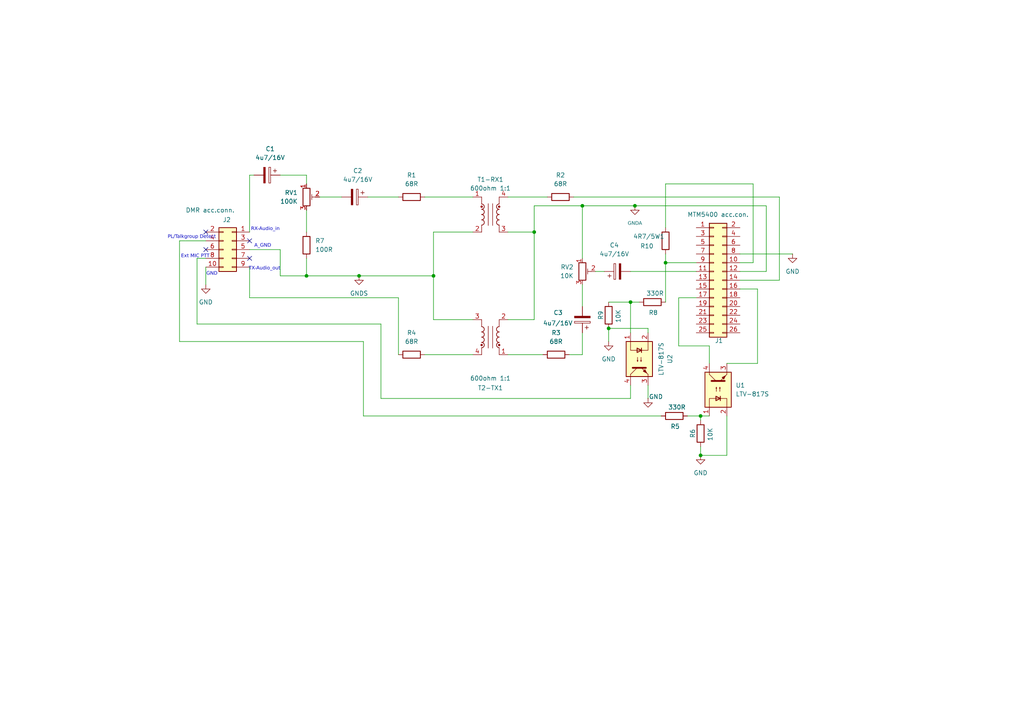
<source format=kicad_sch>
(kicad_sch
	(version 20250114)
	(generator "eeschema")
	(generator_version "9.0")
	(uuid "0b5bcfc9-342b-47d9-993d-ad045bad1b40")
	(paper "A4")
	(title_block
		(title "Gateway interface DMR radio to Tetra MTM5400 ")
		(date "2026-01-31")
		(rev "V 2.0 SMD")
		(company "Z32IT")
	)
	(lib_symbols
		(symbol "Connector_Generic:Conn_02x05_Odd_Even"
			(pin_names
				(offset 1.016)
				(hide yes)
			)
			(exclude_from_sim no)
			(in_bom yes)
			(on_board yes)
			(property "Reference" "J"
				(at 1.27 7.62 0)
				(effects
					(font
						(size 1.27 1.27)
					)
				)
			)
			(property "Value" "Conn_02x05_Odd_Even"
				(at 1.27 -7.62 0)
				(effects
					(font
						(size 1.27 1.27)
					)
				)
			)
			(property "Footprint" ""
				(at 0 0 0)
				(effects
					(font
						(size 1.27 1.27)
					)
					(hide yes)
				)
			)
			(property "Datasheet" "~"
				(at 0 0 0)
				(effects
					(font
						(size 1.27 1.27)
					)
					(hide yes)
				)
			)
			(property "Description" "Generic connector, double row, 02x05, odd/even pin numbering scheme (row 1 odd numbers, row 2 even numbers), script generated (kicad-library-utils/schlib/autogen/connector/)"
				(at 0 0 0)
				(effects
					(font
						(size 1.27 1.27)
					)
					(hide yes)
				)
			)
			(property "ki_keywords" "connector"
				(at 0 0 0)
				(effects
					(font
						(size 1.27 1.27)
					)
					(hide yes)
				)
			)
			(property "ki_fp_filters" "Connector*:*_2x??_*"
				(at 0 0 0)
				(effects
					(font
						(size 1.27 1.27)
					)
					(hide yes)
				)
			)
			(symbol "Conn_02x05_Odd_Even_1_1"
				(rectangle
					(start -1.27 6.35)
					(end 3.81 -6.35)
					(stroke
						(width 0.254)
						(type default)
					)
					(fill
						(type background)
					)
				)
				(rectangle
					(start -1.27 5.207)
					(end 0 4.953)
					(stroke
						(width 0.1524)
						(type default)
					)
					(fill
						(type none)
					)
				)
				(rectangle
					(start -1.27 2.667)
					(end 0 2.413)
					(stroke
						(width 0.1524)
						(type default)
					)
					(fill
						(type none)
					)
				)
				(rectangle
					(start -1.27 0.127)
					(end 0 -0.127)
					(stroke
						(width 0.1524)
						(type default)
					)
					(fill
						(type none)
					)
				)
				(rectangle
					(start -1.27 -2.413)
					(end 0 -2.667)
					(stroke
						(width 0.1524)
						(type default)
					)
					(fill
						(type none)
					)
				)
				(rectangle
					(start -1.27 -4.953)
					(end 0 -5.207)
					(stroke
						(width 0.1524)
						(type default)
					)
					(fill
						(type none)
					)
				)
				(rectangle
					(start 3.81 5.207)
					(end 2.54 4.953)
					(stroke
						(width 0.1524)
						(type default)
					)
					(fill
						(type none)
					)
				)
				(rectangle
					(start 3.81 2.667)
					(end 2.54 2.413)
					(stroke
						(width 0.1524)
						(type default)
					)
					(fill
						(type none)
					)
				)
				(rectangle
					(start 3.81 0.127)
					(end 2.54 -0.127)
					(stroke
						(width 0.1524)
						(type default)
					)
					(fill
						(type none)
					)
				)
				(rectangle
					(start 3.81 -2.413)
					(end 2.54 -2.667)
					(stroke
						(width 0.1524)
						(type default)
					)
					(fill
						(type none)
					)
				)
				(rectangle
					(start 3.81 -4.953)
					(end 2.54 -5.207)
					(stroke
						(width 0.1524)
						(type default)
					)
					(fill
						(type none)
					)
				)
				(pin passive line
					(at -5.08 5.08 0)
					(length 3.81)
					(name "Pin_1"
						(effects
							(font
								(size 1.27 1.27)
							)
						)
					)
					(number "1"
						(effects
							(font
								(size 1.27 1.27)
							)
						)
					)
				)
				(pin passive line
					(at -5.08 2.54 0)
					(length 3.81)
					(name "Pin_3"
						(effects
							(font
								(size 1.27 1.27)
							)
						)
					)
					(number "3"
						(effects
							(font
								(size 1.27 1.27)
							)
						)
					)
				)
				(pin passive line
					(at -5.08 0 0)
					(length 3.81)
					(name "Pin_5"
						(effects
							(font
								(size 1.27 1.27)
							)
						)
					)
					(number "5"
						(effects
							(font
								(size 1.27 1.27)
							)
						)
					)
				)
				(pin passive line
					(at -5.08 -2.54 0)
					(length 3.81)
					(name "Pin_7"
						(effects
							(font
								(size 1.27 1.27)
							)
						)
					)
					(number "7"
						(effects
							(font
								(size 1.27 1.27)
							)
						)
					)
				)
				(pin passive line
					(at -5.08 -5.08 0)
					(length 3.81)
					(name "Pin_9"
						(effects
							(font
								(size 1.27 1.27)
							)
						)
					)
					(number "9"
						(effects
							(font
								(size 1.27 1.27)
							)
						)
					)
				)
				(pin passive line
					(at 7.62 5.08 180)
					(length 3.81)
					(name "Pin_2"
						(effects
							(font
								(size 1.27 1.27)
							)
						)
					)
					(number "2"
						(effects
							(font
								(size 1.27 1.27)
							)
						)
					)
				)
				(pin passive line
					(at 7.62 2.54 180)
					(length 3.81)
					(name "Pin_4"
						(effects
							(font
								(size 1.27 1.27)
							)
						)
					)
					(number "4"
						(effects
							(font
								(size 1.27 1.27)
							)
						)
					)
				)
				(pin passive line
					(at 7.62 0 180)
					(length 3.81)
					(name "Pin_6"
						(effects
							(font
								(size 1.27 1.27)
							)
						)
					)
					(number "6"
						(effects
							(font
								(size 1.27 1.27)
							)
						)
					)
				)
				(pin passive line
					(at 7.62 -2.54 180)
					(length 3.81)
					(name "Pin_8"
						(effects
							(font
								(size 1.27 1.27)
							)
						)
					)
					(number "8"
						(effects
							(font
								(size 1.27 1.27)
							)
						)
					)
				)
				(pin passive line
					(at 7.62 -5.08 180)
					(length 3.81)
					(name "Pin_10"
						(effects
							(font
								(size 1.27 1.27)
							)
						)
					)
					(number "10"
						(effects
							(font
								(size 1.27 1.27)
							)
						)
					)
				)
			)
			(embedded_fonts no)
		)
		(symbol "Connector_Generic:MTM5400_acc"
			(pin_names
				(offset 1.016)
				(hide yes)
			)
			(exclude_from_sim no)
			(in_bom yes)
			(on_board yes)
			(property "Reference" "J"
				(at 1.27 17.78 0)
				(effects
					(font
						(size 1.27 1.27)
					)
				)
			)
			(property "Value" "MTM5400 acc.con."
				(at 1.27 -17.78 0)
				(effects
					(font
						(size 1.27 1.27)
					)
				)
			)
			(property "Footprint" ""
				(at 0 0 0)
				(effects
					(font
						(size 1.27 1.27)
					)
					(hide yes)
				)
			)
			(property "Datasheet" "~"
				(at 0 0 0)
				(effects
					(font
						(size 1.27 1.27)
					)
					(hide yes)
				)
			)
			(property "Description" "Generic connector, double row, 02x13, odd/even pin numbering scheme (row 1 odd numbers, row 2 even numbers), script generated (kicad-library-utils/schlib/autogen/connector/)"
				(at 0 0 0)
				(effects
					(font
						(size 1.27 1.27)
					)
					(hide yes)
				)
			)
			(property "ki_keywords" "connector"
				(at 0 0 0)
				(effects
					(font
						(size 1.27 1.27)
					)
					(hide yes)
				)
			)
			(property "ki_fp_filters" "Connector*:*_2x??_*"
				(at 0 0 0)
				(effects
					(font
						(size 1.27 1.27)
					)
					(hide yes)
				)
			)
			(symbol "MTM5400_acc_1_1"
				(rectangle
					(start -1.27 16.51)
					(end 3.81 -16.51)
					(stroke
						(width 0.254)
						(type default)
					)
					(fill
						(type background)
					)
				)
				(rectangle
					(start -1.27 15.367)
					(end 0 15.113)
					(stroke
						(width 0.1524)
						(type default)
					)
					(fill
						(type none)
					)
				)
				(rectangle
					(start -1.27 12.827)
					(end 0 12.573)
					(stroke
						(width 0.1524)
						(type default)
					)
					(fill
						(type none)
					)
				)
				(rectangle
					(start -1.27 10.287)
					(end 0 10.033)
					(stroke
						(width 0.1524)
						(type default)
					)
					(fill
						(type none)
					)
				)
				(rectangle
					(start -1.27 7.747)
					(end 0 7.493)
					(stroke
						(width 0.1524)
						(type default)
					)
					(fill
						(type none)
					)
				)
				(rectangle
					(start -1.27 5.207)
					(end 0 4.953)
					(stroke
						(width 0.1524)
						(type default)
					)
					(fill
						(type none)
					)
				)
				(rectangle
					(start -1.27 2.667)
					(end 0 2.413)
					(stroke
						(width 0.1524)
						(type default)
					)
					(fill
						(type none)
					)
				)
				(rectangle
					(start -1.27 0.127)
					(end 0 -0.127)
					(stroke
						(width 0.1524)
						(type default)
					)
					(fill
						(type none)
					)
				)
				(rectangle
					(start -1.27 -2.413)
					(end 0 -2.667)
					(stroke
						(width 0.1524)
						(type default)
					)
					(fill
						(type none)
					)
				)
				(rectangle
					(start -1.27 -4.953)
					(end 0 -5.207)
					(stroke
						(width 0.1524)
						(type default)
					)
					(fill
						(type none)
					)
				)
				(rectangle
					(start -1.27 -7.493)
					(end 0 -7.747)
					(stroke
						(width 0.1524)
						(type default)
					)
					(fill
						(type none)
					)
				)
				(rectangle
					(start -1.27 -10.033)
					(end 0 -10.287)
					(stroke
						(width 0.1524)
						(type default)
					)
					(fill
						(type none)
					)
				)
				(rectangle
					(start -1.27 -12.573)
					(end 0 -12.827)
					(stroke
						(width 0.1524)
						(type default)
					)
					(fill
						(type none)
					)
				)
				(rectangle
					(start -1.27 -15.113)
					(end 0 -15.367)
					(stroke
						(width 0.1524)
						(type default)
					)
					(fill
						(type none)
					)
				)
				(rectangle
					(start 3.81 15.367)
					(end 2.54 15.113)
					(stroke
						(width 0.1524)
						(type default)
					)
					(fill
						(type none)
					)
				)
				(rectangle
					(start 3.81 12.827)
					(end 2.54 12.573)
					(stroke
						(width 0.1524)
						(type default)
					)
					(fill
						(type none)
					)
				)
				(rectangle
					(start 3.81 10.287)
					(end 2.54 10.033)
					(stroke
						(width 0.1524)
						(type default)
					)
					(fill
						(type none)
					)
				)
				(rectangle
					(start 3.81 7.747)
					(end 2.54 7.493)
					(stroke
						(width 0.1524)
						(type default)
					)
					(fill
						(type none)
					)
				)
				(rectangle
					(start 3.81 5.207)
					(end 2.54 4.953)
					(stroke
						(width 0.1524)
						(type default)
					)
					(fill
						(type none)
					)
				)
				(rectangle
					(start 3.81 2.667)
					(end 2.54 2.413)
					(stroke
						(width 0.1524)
						(type default)
					)
					(fill
						(type none)
					)
				)
				(rectangle
					(start 3.81 0.127)
					(end 2.54 -0.127)
					(stroke
						(width 0.1524)
						(type default)
					)
					(fill
						(type none)
					)
				)
				(rectangle
					(start 3.81 -2.413)
					(end 2.54 -2.667)
					(stroke
						(width 0.1524)
						(type default)
					)
					(fill
						(type none)
					)
				)
				(rectangle
					(start 3.81 -4.953)
					(end 2.54 -5.207)
					(stroke
						(width 0.1524)
						(type default)
					)
					(fill
						(type none)
					)
				)
				(rectangle
					(start 3.81 -7.493)
					(end 2.54 -7.747)
					(stroke
						(width 0.1524)
						(type default)
					)
					(fill
						(type none)
					)
				)
				(rectangle
					(start 3.81 -10.033)
					(end 2.54 -10.287)
					(stroke
						(width 0.1524)
						(type default)
					)
					(fill
						(type none)
					)
				)
				(rectangle
					(start 3.81 -12.573)
					(end 2.54 -12.827)
					(stroke
						(width 0.1524)
						(type default)
					)
					(fill
						(type none)
					)
				)
				(rectangle
					(start 3.81 -15.113)
					(end 2.54 -15.367)
					(stroke
						(width 0.1524)
						(type default)
					)
					(fill
						(type none)
					)
				)
				(pin passive line
					(at -5.08 15.24 0)
					(length 3.81)
					(name "Pin_26"
						(effects
							(font
								(size 1.27 1.27)
							)
						)
					)
					(number "26"
						(effects
							(font
								(size 1.27 1.27)
							)
						)
					)
				)
				(pin passive line
					(at -5.08 12.7 0)
					(length 3.81)
					(name "CTS"
						(effects
							(font
								(size 1.27 1.27)
							)
						)
					)
					(number "24"
						(effects
							(font
								(size 1.27 1.27)
							)
						)
					)
				)
				(pin passive line
					(at -5.08 10.16 0)
					(length 3.81)
					(name "RXD"
						(effects
							(font
								(size 1.27 1.27)
							)
						)
					)
					(number "22"
						(effects
							(font
								(size 1.27 1.27)
							)
						)
					)
				)
				(pin passive line
					(at -5.08 7.62 0)
					(length 3.81)
					(name "TXD"
						(effects
							(font
								(size 1.27 1.27)
							)
						)
					)
					(number "20"
						(effects
							(font
								(size 1.27 1.27)
							)
						)
					)
				)
				(pin passive line
					(at -5.08 5.08 0)
					(length 3.81)
					(name "Pin_18"
						(effects
							(font
								(size 1.27 1.27)
							)
						)
					)
					(number "18"
						(effects
							(font
								(size 1.27 1.27)
							)
						)
					)
				)
				(pin passive line
					(at -5.08 2.54 0)
					(length 3.81)
					(name "GND_MIC"
						(effects
							(font
								(size 1.27 1.27)
							)
						)
					)
					(number "16"
						(effects
							(font
								(size 1.27 1.27)
							)
						)
					)
				)
				(pin passive line
					(at -5.08 0 0)
					(length 3.81)
					(name "RX_Audio"
						(effects
							(font
								(size 1.27 1.27)
							)
						)
					)
					(number "14"
						(effects
							(font
								(size 1.27 1.27)
							)
						)
					)
				)
				(pin passive line
					(at -5.08 -2.54 0)
					(length 3.81)
					(name "GND_A"
						(effects
							(font
								(size 1.27 1.27)
							)
						)
					)
					(number "12"
						(effects
							(font
								(size 1.27 1.27)
							)
						)
					)
				)
				(pin passive line
					(at -5.08 -5.08 0)
					(length 3.81)
					(name "Pin_10"
						(effects
							(font
								(size 1.27 1.27)
							)
						)
					)
					(number "10"
						(effects
							(font
								(size 1.27 1.27)
							)
						)
					)
				)
				(pin passive line
					(at -5.08 -7.62 0)
					(length 3.81)
					(name "GND"
						(effects
							(font
								(size 1.27 1.27)
							)
						)
					)
					(number "8"
						(effects
							(font
								(size 1.27 1.27)
							)
						)
					)
				)
				(pin passive line
					(at -5.08 -10.16 0)
					(length 3.81)
					(name "Pin_6"
						(effects
							(font
								(size 1.27 1.27)
							)
						)
					)
					(number "6"
						(effects
							(font
								(size 1.27 1.27)
							)
						)
					)
				)
				(pin passive line
					(at -5.08 -12.7 0)
					(length 3.81)
					(name "Pin_4"
						(effects
							(font
								(size 1.27 1.27)
							)
						)
					)
					(number "4"
						(effects
							(font
								(size 1.27 1.27)
							)
						)
					)
				)
				(pin passive line
					(at -5.08 -15.24 0)
					(length 3.81)
					(name "Pin_2"
						(effects
							(font
								(size 1.27 1.27)
							)
						)
					)
					(number "2"
						(effects
							(font
								(size 1.27 1.27)
							)
						)
					)
				)
				(pin passive line
					(at 7.62 15.24 180)
					(length 3.81)
					(name "Pin_25"
						(effects
							(font
								(size 1.27 1.27)
							)
						)
					)
					(number "25"
						(effects
							(font
								(size 1.27 1.27)
							)
						)
					)
				)
				(pin passive line
					(at 7.62 12.7 180)
					(length 3.81)
					(name "Pin_23"
						(effects
							(font
								(size 1.27 1.27)
							)
						)
					)
					(number "23"
						(effects
							(font
								(size 1.27 1.27)
							)
						)
					)
				)
				(pin passive line
					(at 7.62 10.16 180)
					(length 3.81)
					(name "Pin_21"
						(effects
							(font
								(size 1.27 1.27)
							)
						)
					)
					(number "21"
						(effects
							(font
								(size 1.27 1.27)
							)
						)
					)
				)
				(pin passive line
					(at 7.62 7.62 180)
					(length 3.81)
					(name "Pin_19"
						(effects
							(font
								(size 1.27 1.27)
							)
						)
					)
					(number "19"
						(effects
							(font
								(size 1.27 1.27)
							)
						)
					)
				)
				(pin passive line
					(at 7.62 5.08 180)
					(length 3.81)
					(name "PTT"
						(effects
							(font
								(size 1.27 1.27)
							)
						)
					)
					(number "17"
						(effects
							(font
								(size 1.27 1.27)
							)
						)
					)
				)
				(pin passive line
					(at 7.62 2.54 180)
					(length 3.81)
					(name "Pin_15"
						(effects
							(font
								(size 1.27 1.27)
							)
						)
					)
					(number "15"
						(effects
							(font
								(size 1.27 1.27)
							)
						)
					)
				)
				(pin passive line
					(at 7.62 0 180)
					(length 3.81)
					(name "EXT_MIC"
						(effects
							(font
								(size 1.27 1.27)
							)
						)
					)
					(number "13"
						(effects
							(font
								(size 1.27 1.27)
							)
						)
					)
				)
				(pin passive line
					(at 7.62 -2.54 180)
					(length 3.81)
					(name "TX_Audio"
						(effects
							(font
								(size 1.27 1.27)
							)
						)
					)
					(number "11"
						(effects
							(font
								(size 1.27 1.27)
							)
						)
					)
				)
				(pin passive line
					(at 7.62 -5.08 180)
					(length 3.81)
					(name "Pin_9"
						(effects
							(font
								(size 1.27 1.27)
							)
						)
					)
					(number "9"
						(effects
							(font
								(size 1.27 1.27)
							)
						)
					)
				)
				(pin passive line
					(at 7.62 -7.62 180)
					(length 3.81)
					(name "Pin_7"
						(effects
							(font
								(size 1.27 1.27)
							)
						)
					)
					(number "7"
						(effects
							(font
								(size 1.27 1.27)
							)
						)
					)
				)
				(pin passive line
					(at 7.62 -10.16 180)
					(length 3.81)
					(name "Pin_5"
						(effects
							(font
								(size 1.27 1.27)
							)
						)
					)
					(number "5"
						(effects
							(font
								(size 1.27 1.27)
							)
						)
					)
				)
				(pin passive line
					(at 7.62 -12.7 180)
					(length 3.81)
					(name "Pin_3"
						(effects
							(font
								(size 1.27 1.27)
							)
						)
					)
					(number "3"
						(effects
							(font
								(size 1.27 1.27)
							)
						)
					)
				)
				(pin passive line
					(at 7.62 -15.24 180)
					(length 3.81)
					(name "Pin_1"
						(effects
							(font
								(size 1.27 1.27)
							)
						)
					)
					(number "1"
						(effects
							(font
								(size 1.27 1.27)
							)
						)
					)
				)
			)
			(embedded_fonts no)
		)
		(symbol "Device:C_Polarized"
			(pin_numbers
				(hide yes)
			)
			(pin_names
				(offset 0.254)
			)
			(exclude_from_sim no)
			(in_bom yes)
			(on_board yes)
			(property "Reference" "C"
				(at 0.635 2.54 0)
				(effects
					(font
						(size 1.27 1.27)
					)
					(justify left)
				)
			)
			(property "Value" "C_Polarized"
				(at 0.635 -2.54 0)
				(effects
					(font
						(size 1.27 1.27)
					)
					(justify left)
				)
			)
			(property "Footprint" ""
				(at 0.9652 -3.81 0)
				(effects
					(font
						(size 1.27 1.27)
					)
					(hide yes)
				)
			)
			(property "Datasheet" "~"
				(at 0 0 0)
				(effects
					(font
						(size 1.27 1.27)
					)
					(hide yes)
				)
			)
			(property "Description" "Polarized capacitor"
				(at 0 0 0)
				(effects
					(font
						(size 1.27 1.27)
					)
					(hide yes)
				)
			)
			(property "ki_keywords" "cap capacitor"
				(at 0 0 0)
				(effects
					(font
						(size 1.27 1.27)
					)
					(hide yes)
				)
			)
			(property "ki_fp_filters" "CP_*"
				(at 0 0 0)
				(effects
					(font
						(size 1.27 1.27)
					)
					(hide yes)
				)
			)
			(symbol "C_Polarized_0_1"
				(rectangle
					(start -2.286 0.508)
					(end 2.286 1.016)
					(stroke
						(width 0)
						(type default)
					)
					(fill
						(type none)
					)
				)
				(polyline
					(pts
						(xy -1.778 2.286) (xy -0.762 2.286)
					)
					(stroke
						(width 0)
						(type default)
					)
					(fill
						(type none)
					)
				)
				(polyline
					(pts
						(xy -1.27 2.794) (xy -1.27 1.778)
					)
					(stroke
						(width 0)
						(type default)
					)
					(fill
						(type none)
					)
				)
				(rectangle
					(start 2.286 -0.508)
					(end -2.286 -1.016)
					(stroke
						(width 0)
						(type default)
					)
					(fill
						(type outline)
					)
				)
			)
			(symbol "C_Polarized_1_1"
				(pin passive line
					(at 0 3.81 270)
					(length 2.794)
					(name "~"
						(effects
							(font
								(size 1.27 1.27)
							)
						)
					)
					(number "1"
						(effects
							(font
								(size 1.27 1.27)
							)
						)
					)
				)
				(pin passive line
					(at 0 -3.81 90)
					(length 2.794)
					(name "~"
						(effects
							(font
								(size 1.27 1.27)
							)
						)
					)
					(number "2"
						(effects
							(font
								(size 1.27 1.27)
							)
						)
					)
				)
			)
			(embedded_fonts no)
		)
		(symbol "Device:R"
			(pin_numbers
				(hide yes)
			)
			(pin_names
				(offset 0)
			)
			(exclude_from_sim no)
			(in_bom yes)
			(on_board yes)
			(property "Reference" "R"
				(at 2.032 0 90)
				(effects
					(font
						(size 1.27 1.27)
					)
				)
			)
			(property "Value" "R"
				(at 0 0 90)
				(effects
					(font
						(size 1.27 1.27)
					)
				)
			)
			(property "Footprint" ""
				(at -1.778 0 90)
				(effects
					(font
						(size 1.27 1.27)
					)
					(hide yes)
				)
			)
			(property "Datasheet" "~"
				(at 0 0 0)
				(effects
					(font
						(size 1.27 1.27)
					)
					(hide yes)
				)
			)
			(property "Description" "Resistor"
				(at 0 0 0)
				(effects
					(font
						(size 1.27 1.27)
					)
					(hide yes)
				)
			)
			(property "ki_keywords" "R res resistor"
				(at 0 0 0)
				(effects
					(font
						(size 1.27 1.27)
					)
					(hide yes)
				)
			)
			(property "ki_fp_filters" "R_*"
				(at 0 0 0)
				(effects
					(font
						(size 1.27 1.27)
					)
					(hide yes)
				)
			)
			(symbol "R_0_1"
				(rectangle
					(start -1.016 -2.54)
					(end 1.016 2.54)
					(stroke
						(width 0.254)
						(type default)
					)
					(fill
						(type none)
					)
				)
			)
			(symbol "R_1_1"
				(pin passive line
					(at 0 3.81 270)
					(length 1.27)
					(name "~"
						(effects
							(font
								(size 1.27 1.27)
							)
						)
					)
					(number "1"
						(effects
							(font
								(size 1.27 1.27)
							)
						)
					)
				)
				(pin passive line
					(at 0 -3.81 90)
					(length 1.27)
					(name "~"
						(effects
							(font
								(size 1.27 1.27)
							)
						)
					)
					(number "2"
						(effects
							(font
								(size 1.27 1.27)
							)
						)
					)
				)
			)
			(embedded_fonts no)
		)
		(symbol "Device:R_Potentiometer_Trim"
			(pin_names
				(offset 1.016)
				(hide yes)
			)
			(exclude_from_sim no)
			(in_bom yes)
			(on_board yes)
			(property "Reference" "RV"
				(at -4.445 0 90)
				(effects
					(font
						(size 1.27 1.27)
					)
				)
			)
			(property "Value" "R_Potentiometer_Trim"
				(at -2.54 0 90)
				(effects
					(font
						(size 1.27 1.27)
					)
				)
			)
			(property "Footprint" ""
				(at 0 0 0)
				(effects
					(font
						(size 1.27 1.27)
					)
					(hide yes)
				)
			)
			(property "Datasheet" "~"
				(at 0 0 0)
				(effects
					(font
						(size 1.27 1.27)
					)
					(hide yes)
				)
			)
			(property "Description" "Trim-potentiometer"
				(at 0 0 0)
				(effects
					(font
						(size 1.27 1.27)
					)
					(hide yes)
				)
			)
			(property "ki_keywords" "resistor variable trimpot trimmer"
				(at 0 0 0)
				(effects
					(font
						(size 1.27 1.27)
					)
					(hide yes)
				)
			)
			(property "ki_fp_filters" "Potentiometer*"
				(at 0 0 0)
				(effects
					(font
						(size 1.27 1.27)
					)
					(hide yes)
				)
			)
			(symbol "R_Potentiometer_Trim_0_1"
				(rectangle
					(start 1.016 2.54)
					(end -1.016 -2.54)
					(stroke
						(width 0.254)
						(type default)
					)
					(fill
						(type none)
					)
				)
				(polyline
					(pts
						(xy 1.524 0.762) (xy 1.524 -0.762)
					)
					(stroke
						(width 0)
						(type default)
					)
					(fill
						(type none)
					)
				)
				(polyline
					(pts
						(xy 2.54 0) (xy 1.524 0)
					)
					(stroke
						(width 0)
						(type default)
					)
					(fill
						(type none)
					)
				)
			)
			(symbol "R_Potentiometer_Trim_1_1"
				(pin passive line
					(at 0 3.81 270)
					(length 1.27)
					(name "1"
						(effects
							(font
								(size 1.27 1.27)
							)
						)
					)
					(number "1"
						(effects
							(font
								(size 1.27 1.27)
							)
						)
					)
				)
				(pin passive line
					(at 0 -3.81 90)
					(length 1.27)
					(name "3"
						(effects
							(font
								(size 1.27 1.27)
							)
						)
					)
					(number "3"
						(effects
							(font
								(size 1.27 1.27)
							)
						)
					)
				)
				(pin passive line
					(at 3.81 0 180)
					(length 1.27)
					(name "2"
						(effects
							(font
								(size 1.27 1.27)
							)
						)
					)
					(number "2"
						(effects
							(font
								(size 1.27 1.27)
							)
						)
					)
				)
			)
			(embedded_fonts no)
		)
		(symbol "Isolator:LTV-817S"
			(pin_names
				(offset 1.016)
			)
			(exclude_from_sim no)
			(in_bom yes)
			(on_board yes)
			(property "Reference" "U"
				(at -3.81 5.08 0)
				(effects
					(font
						(size 1.27 1.27)
					)
				)
			)
			(property "Value" "LTV-817S"
				(at 0 -5.08 0)
				(effects
					(font
						(size 1.27 1.27)
					)
				)
			)
			(property "Footprint" "Package_DIP:SMDIP-4_W9.53mm"
				(at 0 -7.62 0)
				(effects
					(font
						(size 1.27 1.27)
					)
					(hide yes)
				)
			)
			(property "Datasheet" "http://www.us.liteon.com/downloads/LTV-817-827-847.PDF"
				(at -8.89 7.62 0)
				(effects
					(font
						(size 1.27 1.27)
					)
					(hide yes)
				)
			)
			(property "Description" "DC Optocoupler, Vce 35V, CTR 50%, SMDIP-4"
				(at 0 0 0)
				(effects
					(font
						(size 1.27 1.27)
					)
					(hide yes)
				)
			)
			(property "ki_keywords" "NPN DC Optocoupler"
				(at 0 0 0)
				(effects
					(font
						(size 1.27 1.27)
					)
					(hide yes)
				)
			)
			(property "ki_fp_filters" "SMDIP*W9.53mm*"
				(at 0 0 0)
				(effects
					(font
						(size 1.27 1.27)
					)
					(hide yes)
				)
			)
			(symbol "LTV-817S_1_1"
				(rectangle
					(start -5.08 3.81)
					(end 5.08 -3.81)
					(stroke
						(width 0.254)
						(type default)
					)
					(fill
						(type background)
					)
				)
				(polyline
					(pts
						(xy -5.08 2.54) (xy -2.54 2.54) (xy -2.54 -0.762)
					)
					(stroke
						(width 0)
						(type default)
					)
					(fill
						(type none)
					)
				)
				(polyline
					(pts
						(xy -3.175 -0.635) (xy -1.905 -0.635)
					)
					(stroke
						(width 0.254)
						(type default)
					)
					(fill
						(type none)
					)
				)
				(polyline
					(pts
						(xy -2.54 -0.635) (xy -2.54 -2.54) (xy -5.08 -2.54)
					)
					(stroke
						(width 0)
						(type default)
					)
					(fill
						(type none)
					)
				)
				(polyline
					(pts
						(xy -2.54 -0.635) (xy -3.175 0.635) (xy -1.905 0.635) (xy -2.54 -0.635)
					)
					(stroke
						(width 0.254)
						(type default)
					)
					(fill
						(type none)
					)
				)
				(polyline
					(pts
						(xy -0.508 0.508) (xy 0.762 0.508) (xy 0.381 0.381) (xy 0.381 0.635) (xy 0.762 0.508)
					)
					(stroke
						(width 0)
						(type default)
					)
					(fill
						(type none)
					)
				)
				(polyline
					(pts
						(xy -0.508 -0.508) (xy 0.762 -0.508) (xy 0.381 -0.635) (xy 0.381 -0.381) (xy 0.762 -0.508)
					)
					(stroke
						(width 0)
						(type default)
					)
					(fill
						(type none)
					)
				)
				(polyline
					(pts
						(xy 2.54 1.905) (xy 2.54 -1.905) (xy 2.54 -1.905)
					)
					(stroke
						(width 0.508)
						(type default)
					)
					(fill
						(type none)
					)
				)
				(polyline
					(pts
						(xy 2.54 0.635) (xy 4.445 2.54)
					)
					(stroke
						(width 0)
						(type default)
					)
					(fill
						(type none)
					)
				)
				(polyline
					(pts
						(xy 3.048 -1.651) (xy 3.556 -1.143) (xy 4.064 -2.159) (xy 3.048 -1.651) (xy 3.048 -1.651)
					)
					(stroke
						(width 0)
						(type default)
					)
					(fill
						(type outline)
					)
				)
				(polyline
					(pts
						(xy 4.445 2.54) (xy 5.08 2.54)
					)
					(stroke
						(width 0)
						(type default)
					)
					(fill
						(type none)
					)
				)
				(polyline
					(pts
						(xy 4.445 -2.54) (xy 2.54 -0.635)
					)
					(stroke
						(width 0)
						(type default)
					)
					(fill
						(type outline)
					)
				)
				(polyline
					(pts
						(xy 4.445 -2.54) (xy 5.08 -2.54)
					)
					(stroke
						(width 0)
						(type default)
					)
					(fill
						(type none)
					)
				)
				(pin passive line
					(at -7.62 2.54 0)
					(length 2.54)
					(name "~"
						(effects
							(font
								(size 1.27 1.27)
							)
						)
					)
					(number "1"
						(effects
							(font
								(size 1.27 1.27)
							)
						)
					)
				)
				(pin passive line
					(at -7.62 -2.54 0)
					(length 2.54)
					(name "~"
						(effects
							(font
								(size 1.27 1.27)
							)
						)
					)
					(number "2"
						(effects
							(font
								(size 1.27 1.27)
							)
						)
					)
				)
				(pin passive line
					(at 7.62 2.54 180)
					(length 2.54)
					(name "~"
						(effects
							(font
								(size 1.27 1.27)
							)
						)
					)
					(number "4"
						(effects
							(font
								(size 1.27 1.27)
							)
						)
					)
				)
				(pin passive line
					(at 7.62 -2.54 180)
					(length 2.54)
					(name "~"
						(effects
							(font
								(size 1.27 1.27)
							)
						)
					)
					(number "3"
						(effects
							(font
								(size 1.27 1.27)
							)
						)
					)
				)
			)
			(embedded_fonts no)
		)
		(symbol "Transformer:ED8_4"
			(pin_names
				(hide yes)
			)
			(exclude_from_sim no)
			(in_bom yes)
			(on_board yes)
			(property "Reference" "T"
				(at 0 6.35 0)
				(effects
					(font
						(size 1.27 1.27)
					)
				)
			)
			(property "Value" "ED8_4"
				(at 0 -6.35 0)
				(effects
					(font
						(size 1.27 1.27)
					)
				)
			)
			(property "Footprint" "Transformer_SMD:Transformer_ED8_4-Lead_10.5x8mm_P5mm"
				(at 0 -11.43 0)
				(effects
					(font
						(size 1.27 1.27)
					)
					(hide yes)
				)
			)
			(property "Datasheet" "https://gitlab.com/kicad/libraries/kicad-footprints/-/merge_requests/3626"
				(at 0 -13.97 0)
				(effects
					(font
						(size 1.27 1.27)
					)
					(hide yes)
				)
			)
			(property "Description" "600:600 Impedance Permalloy Core 1:1 Isolated Audio Transformer"
				(at 0 -8.89 0)
				(effects
					(font
						(size 1.27 1.27)
					)
					(hide yes)
				)
			)
			(property "ki_keywords" "ED8 4-lead body 10.5x8mm body pitch 5mm height 5mm"
				(at 0 0 0)
				(effects
					(font
						(size 1.27 1.27)
					)
					(hide yes)
				)
			)
			(property "ki_fp_filters" "Transformer*ED8*4*Lead*10.5x8mm*P5mm*"
				(at 0 0 0)
				(effects
					(font
						(size 1.27 1.27)
					)
					(hide yes)
				)
			)
			(symbol "ED8_4_0_1"
				(arc
					(start -2.54 1.524)
					(mid -1.7813 0.762)
					(end -2.54 0)
					(stroke
						(width 0.2032)
						(type default)
					)
					(fill
						(type none)
					)
				)
				(arc
					(start -2.54 0)
					(mid -1.7813 -0.762)
					(end -2.54 -1.524)
					(stroke
						(width 0.2032)
						(type default)
					)
					(fill
						(type none)
					)
				)
				(arc
					(start -2.54 -1.524)
					(mid -1.7813 -2.286)
					(end -2.54 -3.048)
					(stroke
						(width 0.2032)
						(type default)
					)
					(fill
						(type none)
					)
				)
				(polyline
					(pts
						(xy -2.54 5.08) (xy -2.54 3.048)
					)
					(stroke
						(width 0)
						(type default)
					)
					(fill
						(type none)
					)
				)
				(circle
					(center -2.54 2.286)
					(radius 0.254)
					(stroke
						(width 0)
						(type default)
					)
					(fill
						(type outline)
					)
				)
				(polyline
					(pts
						(xy -2.54 -3.048) (xy -2.54 -5.08)
					)
					(stroke
						(width 0)
						(type default)
					)
					(fill
						(type none)
					)
				)
				(polyline
					(pts
						(xy -0.635 3.175) (xy -0.635 -3.175)
					)
					(stroke
						(width 0)
						(type default)
					)
					(fill
						(type none)
					)
				)
				(polyline
					(pts
						(xy 0.635 3.175) (xy 0.635 -3.175)
					)
					(stroke
						(width 0)
						(type default)
					)
					(fill
						(type none)
					)
				)
				(polyline
					(pts
						(xy 2.54 5.08) (xy 2.54 3.048)
					)
					(stroke
						(width 0)
						(type default)
					)
					(fill
						(type none)
					)
				)
				(circle
					(center 2.54 2.286)
					(radius 0.254)
					(stroke
						(width 0)
						(type default)
					)
					(fill
						(type outline)
					)
				)
				(polyline
					(pts
						(xy 2.54 -3.048) (xy 2.54 -5.08)
					)
					(stroke
						(width 0)
						(type default)
					)
					(fill
						(type none)
					)
				)
				(arc
					(start 2.54 1.524)
					(mid 1.7813 2.286)
					(end 2.54 3.048)
					(stroke
						(width 0.2032)
						(type default)
					)
					(fill
						(type none)
					)
				)
				(arc
					(start 2.54 0)
					(mid 1.7813 0.762)
					(end 2.54 1.524)
					(stroke
						(width 0.2032)
						(type default)
					)
					(fill
						(type none)
					)
				)
				(arc
					(start 2.54 -1.524)
					(mid 1.7813 -0.762)
					(end 2.54 0)
					(stroke
						(width 0.2032)
						(type default)
					)
					(fill
						(type none)
					)
				)
				(arc
					(start 2.54 -3.048)
					(mid 1.7813 -2.286)
					(end 2.54 -1.524)
					(stroke
						(width 0.2032)
						(type default)
					)
					(fill
						(type none)
					)
				)
			)
			(symbol "ED8_4_1_1"
				(arc
					(start -2.54 3.048)
					(mid -1.7813 2.286)
					(end -2.54 1.524)
					(stroke
						(width 0.2032)
						(type default)
					)
					(fill
						(type none)
					)
				)
				(pin passive line
					(at -5.08 5.08 0)
					(length 2.54)
					(name "~"
						(effects
							(font
								(size 1.27 1.27)
							)
						)
					)
					(number "1"
						(effects
							(font
								(size 1.27 1.27)
							)
						)
					)
				)
				(pin passive line
					(at -5.08 -5.08 0)
					(length 2.54)
					(name "~"
						(effects
							(font
								(size 1.27 1.27)
							)
						)
					)
					(number "2"
						(effects
							(font
								(size 1.27 1.27)
							)
						)
					)
				)
				(pin passive line
					(at 5.08 5.08 180)
					(length 2.54)
					(name "~"
						(effects
							(font
								(size 1.27 1.27)
							)
						)
					)
					(number "4"
						(effects
							(font
								(size 1.27 1.27)
							)
						)
					)
				)
				(pin passive line
					(at 5.08 -5.08 180)
					(length 2.54)
					(name "~"
						(effects
							(font
								(size 1.27 1.27)
							)
						)
					)
					(number "3"
						(effects
							(font
								(size 1.27 1.27)
							)
						)
					)
				)
			)
			(embedded_fonts no)
		)
		(symbol "power:GND"
			(power)
			(pin_numbers
				(hide yes)
			)
			(pin_names
				(offset 0)
				(hide yes)
			)
			(exclude_from_sim no)
			(in_bom yes)
			(on_board yes)
			(property "Reference" "#PWR"
				(at 0 -6.35 0)
				(effects
					(font
						(size 1.27 1.27)
					)
					(hide yes)
				)
			)
			(property "Value" "GND"
				(at 0 -3.81 0)
				(effects
					(font
						(size 1.27 1.27)
					)
				)
			)
			(property "Footprint" ""
				(at 0 0 0)
				(effects
					(font
						(size 1.27 1.27)
					)
					(hide yes)
				)
			)
			(property "Datasheet" ""
				(at 0 0 0)
				(effects
					(font
						(size 1.27 1.27)
					)
					(hide yes)
				)
			)
			(property "Description" "Power symbol creates a global label with name \"GND\" , ground"
				(at 0 0 0)
				(effects
					(font
						(size 1.27 1.27)
					)
					(hide yes)
				)
			)
			(property "ki_keywords" "global power"
				(at 0 0 0)
				(effects
					(font
						(size 1.27 1.27)
					)
					(hide yes)
				)
			)
			(symbol "GND_0_1"
				(polyline
					(pts
						(xy 0 0) (xy 0 -1.27) (xy 1.27 -1.27) (xy 0 -2.54) (xy -1.27 -1.27) (xy 0 -1.27)
					)
					(stroke
						(width 0)
						(type default)
					)
					(fill
						(type none)
					)
				)
			)
			(symbol "GND_1_1"
				(pin power_in line
					(at 0 0 270)
					(length 0)
					(name "~"
						(effects
							(font
								(size 1.27 1.27)
							)
						)
					)
					(number "1"
						(effects
							(font
								(size 1.27 1.27)
							)
						)
					)
				)
			)
			(embedded_fonts no)
		)
		(symbol "power:GNDA"
			(power)
			(pin_numbers
				(hide yes)
			)
			(pin_names
				(offset 0)
				(hide yes)
			)
			(exclude_from_sim no)
			(in_bom yes)
			(on_board yes)
			(property "Reference" "#PWR"
				(at 0 -6.35 0)
				(effects
					(font
						(size 1.27 1.27)
					)
					(hide yes)
				)
			)
			(property "Value" "GNDA"
				(at 0 -3.81 0)
				(effects
					(font
						(size 1.27 1.27)
					)
				)
			)
			(property "Footprint" ""
				(at 0 0 0)
				(effects
					(font
						(size 1.27 1.27)
					)
					(hide yes)
				)
			)
			(property "Datasheet" ""
				(at 0 0 0)
				(effects
					(font
						(size 1.27 1.27)
					)
					(hide yes)
				)
			)
			(property "Description" "Power symbol creates a global label with name \"GNDA\" , analog ground"
				(at 0 0 0)
				(effects
					(font
						(size 1.27 1.27)
					)
					(hide yes)
				)
			)
			(property "ki_keywords" "global power"
				(at 0 0 0)
				(effects
					(font
						(size 1.27 1.27)
					)
					(hide yes)
				)
			)
			(symbol "GNDA_0_1"
				(polyline
					(pts
						(xy 0 0) (xy 0 -1.27) (xy 1.27 -1.27) (xy 0 -2.54) (xy -1.27 -1.27) (xy 0 -1.27)
					)
					(stroke
						(width 0)
						(type default)
					)
					(fill
						(type none)
					)
				)
			)
			(symbol "GNDA_1_1"
				(pin power_in line
					(at 0 0 270)
					(length 0)
					(name "~"
						(effects
							(font
								(size 1.27 1.27)
							)
						)
					)
					(number "1"
						(effects
							(font
								(size 1.27 1.27)
							)
						)
					)
				)
			)
			(embedded_fonts no)
		)
		(symbol "power:GNDS"
			(power)
			(pin_numbers
				(hide yes)
			)
			(pin_names
				(offset 0)
				(hide yes)
			)
			(exclude_from_sim no)
			(in_bom yes)
			(on_board yes)
			(property "Reference" "#PWR"
				(at 0 -6.35 0)
				(effects
					(font
						(size 1.27 1.27)
					)
					(hide yes)
				)
			)
			(property "Value" "GNDS"
				(at 0 -3.81 0)
				(effects
					(font
						(size 1.27 1.27)
					)
				)
			)
			(property "Footprint" ""
				(at 0 0 0)
				(effects
					(font
						(size 1.27 1.27)
					)
					(hide yes)
				)
			)
			(property "Datasheet" ""
				(at 0 0 0)
				(effects
					(font
						(size 1.27 1.27)
					)
					(hide yes)
				)
			)
			(property "Description" "Power symbol creates a global label with name \"GNDS\" , signal ground"
				(at 0 0 0)
				(effects
					(font
						(size 1.27 1.27)
					)
					(hide yes)
				)
			)
			(property "ki_keywords" "global power"
				(at 0 0 0)
				(effects
					(font
						(size 1.27 1.27)
					)
					(hide yes)
				)
			)
			(symbol "GNDS_0_1"
				(polyline
					(pts
						(xy 0 0) (xy 0 -1.27) (xy 1.27 -1.27) (xy 0 -2.54) (xy -1.27 -1.27) (xy 0 -1.27)
					)
					(stroke
						(width 0)
						(type default)
					)
					(fill
						(type none)
					)
				)
			)
			(symbol "GNDS_1_1"
				(pin power_in line
					(at 0 0 270)
					(length 0)
					(name "~"
						(effects
							(font
								(size 1.27 1.27)
							)
						)
					)
					(number "1"
						(effects
							(font
								(size 1.27 1.27)
							)
						)
					)
				)
			)
			(embedded_fonts no)
		)
	)
	(text "Ext MIC PTT"
		(exclude_from_sim no)
		(at 56.642 74.676 0)
		(effects
			(font
				(face "Arial")
				(size 1 1)
			)
		)
		(uuid "2f430be1-3560-4dc4-829f-d10df915a93a")
	)
	(text "GND"
		(exclude_from_sim no)
		(at 61.468 79.756 0)
		(effects
			(font
				(face "Arial")
				(size 1 1)
			)
		)
		(uuid "3e893b6d-3794-4de0-b0d6-83d0731df75a")
	)
	(text "TX-Audio_out"
		(exclude_from_sim no)
		(at 76.708 78.232 0)
		(effects
			(font
				(face "Arial")
				(size 1 1)
			)
		)
		(uuid "737ce7fc-4497-46a2-a027-2a4a3f9db0df")
	)
	(text "A_GND"
		(exclude_from_sim no)
		(at 76.2 71.628 0)
		(effects
			(font
				(face "Arial")
				(size 1 1)
			)
		)
		(uuid "a27ecd68-d2ab-4fba-8ad5-eaf594b4b760")
	)
	(text "PL/Talkgroup Detect"
		(exclude_from_sim no)
		(at 55.626 69.088 0)
		(effects
			(font
				(face "Arial")
				(size 1 1)
			)
		)
		(uuid "aec40022-da7a-406d-b354-72c90cb1a0fc")
	)
	(text "RX-Audio_in"
		(exclude_from_sim no)
		(at 76.962 66.802 0)
		(effects
			(font
				(face "Arial")
				(size 1 1)
			)
		)
		(uuid "cc9d1bbc-c72a-4f02-a2c9-b947b5fc1232")
	)
	(junction
		(at 184.15 59.69)
		(diameter 0)
		(color 0 0 0 0)
		(uuid "12a89838-538e-4cbf-b1ec-6c9b91dd1a8a")
	)
	(junction
		(at 154.94 67.31)
		(diameter 0)
		(color 0 0 0 0)
		(uuid "186f5ecf-564d-4c82-bdef-cc9bed7d5eda")
	)
	(junction
		(at 203.2 132.08)
		(diameter 0)
		(color 0 0 0 0)
		(uuid "31617b68-fd12-462a-b27d-408eb8d988fb")
	)
	(junction
		(at 203.2 120.65)
		(diameter 0)
		(color 0 0 0 0)
		(uuid "7a910f62-d6fa-4606-aad7-d856e0c35726")
	)
	(junction
		(at 193.04 76.2)
		(diameter 0)
		(color 0 0 0 0)
		(uuid "8f4f814f-bcd0-4395-a2cc-bc7b9cf3cfe3")
	)
	(junction
		(at 104.14 80.01)
		(diameter 0)
		(color 0 0 0 0)
		(uuid "a4713075-56d3-4c80-929f-2bdaa1e2a5ae")
	)
	(junction
		(at 176.53 95.25)
		(diameter 0)
		(color 0 0 0 0)
		(uuid "bf7ef0df-24d9-4620-ac7c-e7d98bbc2bbf")
	)
	(junction
		(at 125.73 80.01)
		(diameter 0)
		(color 0 0 0 0)
		(uuid "c9a5b443-3425-469a-9b26-0a7ea48ef2e8")
	)
	(junction
		(at 88.9 80.01)
		(diameter 0)
		(color 0 0 0 0)
		(uuid "d372cd7c-edcb-4429-b828-e205c16678a0")
	)
	(junction
		(at 168.91 59.69)
		(diameter 0)
		(color 0 0 0 0)
		(uuid "d77e4194-3d2b-411c-ba52-d6548a26c6c2")
	)
	(junction
		(at 182.88 87.63)
		(diameter 0)
		(color 0 0 0 0)
		(uuid "e326f5ee-af86-4171-8653-91768d4bd374")
	)
	(no_connect
		(at 72.39 69.85)
		(uuid "1db07cdc-9169-4179-8563-ea05a372f5cc")
	)
	(no_connect
		(at 72.39 74.93)
		(uuid "7fe161c9-bb61-42b6-bcaa-dc77b48cc78c")
	)
	(no_connect
		(at 59.69 72.39)
		(uuid "ade11dfb-06fb-462a-a15f-5ec67d2ca09a")
	)
	(no_connect
		(at 59.69 67.31)
		(uuid "ee6cd9d4-acf2-4727-a0d1-c66e030c5332")
	)
	(wire
		(pts
			(xy 52.07 69.85) (xy 52.07 99.06)
		)
		(stroke
			(width 0)
			(type default)
		)
		(uuid "023fea52-c3aa-4703-a949-ed54596cbf26")
	)
	(wire
		(pts
			(xy 203.2 132.08) (xy 210.82 132.08)
		)
		(stroke
			(width 0)
			(type default)
		)
		(uuid "0660c42c-9085-448d-8a60-ecd5281dcc46")
	)
	(wire
		(pts
			(xy 125.73 80.01) (xy 125.73 92.71)
		)
		(stroke
			(width 0)
			(type default)
		)
		(uuid "0ba23b8e-5a79-484a-b5d2-2eff0d308dbc")
	)
	(wire
		(pts
			(xy 123.19 102.87) (xy 137.16 102.87)
		)
		(stroke
			(width 0)
			(type default)
		)
		(uuid "0c17d963-3e3c-48d6-b090-b4cccedfc648")
	)
	(wire
		(pts
			(xy 187.96 95.25) (xy 176.53 95.25)
		)
		(stroke
			(width 0)
			(type default)
		)
		(uuid "160a913b-e892-4343-b331-4de767cebf61")
	)
	(wire
		(pts
			(xy 187.96 111.76) (xy 187.96 115.57)
		)
		(stroke
			(width 0)
			(type default)
		)
		(uuid "190e67d5-6e2b-426c-aa9e-9ef59d49d454")
	)
	(wire
		(pts
			(xy 205.74 100.33) (xy 196.85 100.33)
		)
		(stroke
			(width 0)
			(type default)
		)
		(uuid "1a0e839f-4732-4658-b22e-73ef38d4364f")
	)
	(wire
		(pts
			(xy 196.85 100.33) (xy 196.85 86.36)
		)
		(stroke
			(width 0)
			(type default)
		)
		(uuid "20ac5a2b-46a8-4851-b7d7-cd61954a36a6")
	)
	(wire
		(pts
			(xy 147.32 57.15) (xy 158.75 57.15)
		)
		(stroke
			(width 0)
			(type default)
		)
		(uuid "21afd2ab-b622-4c0c-bea3-6c089a892c05")
	)
	(wire
		(pts
			(xy 59.69 69.85) (xy 52.07 69.85)
		)
		(stroke
			(width 0)
			(type default)
		)
		(uuid "2be18f17-e2fb-4012-99be-9d053f399b9d")
	)
	(wire
		(pts
			(xy 214.63 78.74) (xy 222.25 78.74)
		)
		(stroke
			(width 0)
			(type default)
		)
		(uuid "2c8fcb50-0d40-4d04-a91d-a7879de3172a")
	)
	(wire
		(pts
			(xy 193.04 73.66) (xy 193.04 76.2)
		)
		(stroke
			(width 0)
			(type default)
		)
		(uuid "30a92c01-d056-4c2c-a962-758d093db19b")
	)
	(wire
		(pts
			(xy 81.28 80.01) (xy 88.9 80.01)
		)
		(stroke
			(width 0)
			(type default)
		)
		(uuid "310a961e-667c-45d6-ab10-f0f390c99c03")
	)
	(wire
		(pts
			(xy 176.53 87.63) (xy 182.88 87.63)
		)
		(stroke
			(width 0)
			(type default)
		)
		(uuid "39ba4e04-104c-4998-829f-933afdb1c79a")
	)
	(wire
		(pts
			(xy 214.63 83.82) (xy 219.71 83.82)
		)
		(stroke
			(width 0)
			(type default)
		)
		(uuid "3adf04c3-747e-4d1b-b7ff-0fb4aa771a77")
	)
	(wire
		(pts
			(xy 72.39 72.39) (xy 81.28 72.39)
		)
		(stroke
			(width 0)
			(type default)
		)
		(uuid "3b93ad5e-92c9-4ccc-a43a-663077f97e76")
	)
	(wire
		(pts
			(xy 154.94 59.69) (xy 154.94 67.31)
		)
		(stroke
			(width 0)
			(type default)
		)
		(uuid "3de477d5-caae-4ab6-9d95-75d0f8b65679")
	)
	(wire
		(pts
			(xy 106.68 57.15) (xy 115.57 57.15)
		)
		(stroke
			(width 0)
			(type default)
		)
		(uuid "3ed45eb0-434e-4c7c-878d-0d25903463b1")
	)
	(wire
		(pts
			(xy 125.73 67.31) (xy 137.16 67.31)
		)
		(stroke
			(width 0)
			(type default)
		)
		(uuid "3f32deb9-1b53-4a6c-90d3-8355879cdf96")
	)
	(wire
		(pts
			(xy 125.73 67.31) (xy 125.73 80.01)
		)
		(stroke
			(width 0)
			(type default)
		)
		(uuid "458f4da4-3c74-4f02-b392-9593061e0a5b")
	)
	(wire
		(pts
			(xy 193.04 76.2) (xy 193.04 87.63)
		)
		(stroke
			(width 0)
			(type default)
		)
		(uuid "4d3f5fae-ca8d-4d1d-881a-08b344b79a88")
	)
	(wire
		(pts
			(xy 81.28 72.39) (xy 81.28 80.01)
		)
		(stroke
			(width 0)
			(type default)
		)
		(uuid "4db16d03-9f6b-4baf-8a96-d2f54a1f95dc")
	)
	(wire
		(pts
			(xy 165.1 102.87) (xy 168.91 102.87)
		)
		(stroke
			(width 0)
			(type default)
		)
		(uuid "4f23ea9d-827e-4082-82d6-c7ca244ffb85")
	)
	(wire
		(pts
			(xy 52.07 99.06) (xy 105.41 99.06)
		)
		(stroke
			(width 0)
			(type default)
		)
		(uuid "55529a82-e68a-412a-bc47-dd10796a7d39")
	)
	(wire
		(pts
			(xy 147.32 92.71) (xy 154.94 92.71)
		)
		(stroke
			(width 0)
			(type default)
		)
		(uuid "564b296f-2849-425c-a83e-e9aad469b132")
	)
	(wire
		(pts
			(xy 147.32 102.87) (xy 157.48 102.87)
		)
		(stroke
			(width 0)
			(type default)
		)
		(uuid "5790bb90-1d71-4549-b819-46d5db7d6228")
	)
	(wire
		(pts
			(xy 182.88 87.63) (xy 185.42 87.63)
		)
		(stroke
			(width 0)
			(type default)
		)
		(uuid "5b1fe7b0-c306-436e-984f-6938b648cf93")
	)
	(wire
		(pts
			(xy 168.91 59.69) (xy 184.15 59.69)
		)
		(stroke
			(width 0)
			(type default)
		)
		(uuid "5d243f75-0b19-4b17-94fc-c082b5efbd66")
	)
	(wire
		(pts
			(xy 115.57 102.87) (xy 115.57 86.36)
		)
		(stroke
			(width 0)
			(type default)
		)
		(uuid "5df791b9-eefc-449a-bb0c-d8844c08af21")
	)
	(wire
		(pts
			(xy 172.72 78.74) (xy 175.26 78.74)
		)
		(stroke
			(width 0)
			(type default)
		)
		(uuid "5edfbe1c-ed62-4247-96f2-1171a71829bc")
	)
	(wire
		(pts
			(xy 193.04 66.04) (xy 193.04 53.34)
		)
		(stroke
			(width 0)
			(type default)
		)
		(uuid "60f255f9-e15d-42b4-b22e-ffe31800a28e")
	)
	(wire
		(pts
			(xy 214.63 73.66) (xy 229.87 73.66)
		)
		(stroke
			(width 0)
			(type default)
		)
		(uuid "62bef384-602c-4f7c-ad63-981c68f2b0ce")
	)
	(wire
		(pts
			(xy 115.57 86.36) (xy 72.39 86.36)
		)
		(stroke
			(width 0)
			(type default)
		)
		(uuid "64def9c2-df8c-4a1d-9141-75027c026863")
	)
	(wire
		(pts
			(xy 205.74 105.41) (xy 205.74 100.33)
		)
		(stroke
			(width 0)
			(type default)
		)
		(uuid "6512d27b-d95c-4e1f-a818-cb30767cc759")
	)
	(wire
		(pts
			(xy 218.44 76.2) (xy 218.44 53.34)
		)
		(stroke
			(width 0)
			(type default)
		)
		(uuid "72feb60c-ffac-438c-a81e-0abaa740c5df")
	)
	(wire
		(pts
			(xy 168.91 88.9) (xy 168.91 82.55)
		)
		(stroke
			(width 0)
			(type default)
		)
		(uuid "73640ee4-3b3a-4e77-be31-651807a17e77")
	)
	(wire
		(pts
			(xy 214.63 81.28) (xy 226.06 81.28)
		)
		(stroke
			(width 0)
			(type default)
		)
		(uuid "753db2b3-9238-41ec-ba95-f3b2f0557ad0")
	)
	(wire
		(pts
			(xy 203.2 121.92) (xy 203.2 120.65)
		)
		(stroke
			(width 0)
			(type default)
		)
		(uuid "7e028299-0c71-4957-b260-285234f8579b")
	)
	(wire
		(pts
			(xy 182.88 96.52) (xy 182.88 87.63)
		)
		(stroke
			(width 0)
			(type default)
		)
		(uuid "8bc21d97-a3c9-473f-8a69-54a89aa4a3d3")
	)
	(wire
		(pts
			(xy 88.9 80.01) (xy 104.14 80.01)
		)
		(stroke
			(width 0)
			(type default)
		)
		(uuid "96c1b7f0-541f-4ecc-80f8-7e04901adbc0")
	)
	(wire
		(pts
			(xy 187.96 96.52) (xy 187.96 95.25)
		)
		(stroke
			(width 0)
			(type default)
		)
		(uuid "98f7c02d-f55c-4457-985d-8240e3acdfaf")
	)
	(wire
		(pts
			(xy 105.41 120.65) (xy 191.77 120.65)
		)
		(stroke
			(width 0)
			(type default)
		)
		(uuid "991be80b-067b-4604-bb12-a56c7b1ebcb7")
	)
	(wire
		(pts
			(xy 182.88 115.57) (xy 182.88 111.76)
		)
		(stroke
			(width 0)
			(type default)
		)
		(uuid "9a5c93a1-e531-4457-84fe-119c8c5ad679")
	)
	(wire
		(pts
			(xy 81.28 50.8) (xy 88.9 50.8)
		)
		(stroke
			(width 0)
			(type default)
		)
		(uuid "9d31898f-af17-4555-a699-3cd4fcb1a771")
	)
	(wire
		(pts
			(xy 222.25 78.74) (xy 222.25 59.69)
		)
		(stroke
			(width 0)
			(type default)
		)
		(uuid "9f5d0a74-db79-42e9-9798-1f4af0db663c")
	)
	(wire
		(pts
			(xy 88.9 50.8) (xy 88.9 53.34)
		)
		(stroke
			(width 0)
			(type default)
		)
		(uuid "a1e22645-3608-43e3-8204-d4f0fc5fded4")
	)
	(wire
		(pts
			(xy 147.32 67.31) (xy 154.94 67.31)
		)
		(stroke
			(width 0)
			(type default)
		)
		(uuid "a4e94d1f-d765-42bf-891f-9eb6692a3076")
	)
	(wire
		(pts
			(xy 199.39 120.65) (xy 203.2 120.65)
		)
		(stroke
			(width 0)
			(type default)
		)
		(uuid "a6bbc41b-f505-44bb-9fcf-d6c0b7767e4e")
	)
	(wire
		(pts
			(xy 72.39 67.31) (xy 72.39 50.8)
		)
		(stroke
			(width 0)
			(type default)
		)
		(uuid "ab22f853-29a1-4d6d-9976-fe67c6f1e00e")
	)
	(wire
		(pts
			(xy 193.04 53.34) (xy 218.44 53.34)
		)
		(stroke
			(width 0)
			(type default)
		)
		(uuid "adc11f20-0353-4a70-9da1-90d330431384")
	)
	(wire
		(pts
			(xy 214.63 76.2) (xy 218.44 76.2)
		)
		(stroke
			(width 0)
			(type default)
		)
		(uuid "b5dbf530-127d-4975-8f90-d08089485892")
	)
	(wire
		(pts
			(xy 226.06 81.28) (xy 226.06 57.15)
		)
		(stroke
			(width 0)
			(type default)
		)
		(uuid "b6359a54-3a55-4499-a90d-f7688a8dea35")
	)
	(wire
		(pts
			(xy 168.91 59.69) (xy 154.94 59.69)
		)
		(stroke
			(width 0)
			(type default)
		)
		(uuid "b84be7c8-d542-4492-84b0-869846dcb515")
	)
	(wire
		(pts
			(xy 203.2 120.65) (xy 205.74 120.65)
		)
		(stroke
			(width 0)
			(type default)
		)
		(uuid "b8601a32-f139-482c-a8d4-20466507491b")
	)
	(wire
		(pts
			(xy 210.82 120.65) (xy 210.82 132.08)
		)
		(stroke
			(width 0)
			(type default)
		)
		(uuid "be291dee-0435-4c0e-a905-b709d3a5f8a2")
	)
	(wire
		(pts
			(xy 110.49 115.57) (xy 182.88 115.57)
		)
		(stroke
			(width 0)
			(type default)
		)
		(uuid "bf727ad2-d41d-47a2-842c-bcad50c7979c")
	)
	(wire
		(pts
			(xy 59.69 74.93) (xy 57.15 74.93)
		)
		(stroke
			(width 0)
			(type default)
		)
		(uuid "c41c6beb-367c-46ad-a097-948d11a5a17d")
	)
	(wire
		(pts
			(xy 182.88 78.74) (xy 201.93 78.74)
		)
		(stroke
			(width 0)
			(type default)
		)
		(uuid "c8b5f69d-91e3-4925-98a4-c074fdf81d1e")
	)
	(wire
		(pts
			(xy 168.91 96.52) (xy 168.91 102.87)
		)
		(stroke
			(width 0)
			(type default)
		)
		(uuid "c907c3fc-70fb-44b6-b2aa-1528937e0c42")
	)
	(wire
		(pts
			(xy 110.49 93.98) (xy 110.49 115.57)
		)
		(stroke
			(width 0)
			(type default)
		)
		(uuid "c90b62dc-4c3f-4b6c-b8bd-535a2b0025c5")
	)
	(wire
		(pts
			(xy 57.15 93.98) (xy 110.49 93.98)
		)
		(stroke
			(width 0)
			(type default)
		)
		(uuid "d271a709-073c-4223-914c-7234a40f1f61")
	)
	(wire
		(pts
			(xy 184.15 59.69) (xy 222.25 59.69)
		)
		(stroke
			(width 0)
			(type default)
		)
		(uuid "d4c720a0-4c82-4f53-b0c4-ddd3df8b4cb7")
	)
	(wire
		(pts
			(xy 72.39 50.8) (xy 73.66 50.8)
		)
		(stroke
			(width 0)
			(type default)
		)
		(uuid "da1bddfb-2a05-41e5-9469-3cd0784bbd5d")
	)
	(wire
		(pts
			(xy 219.71 83.82) (xy 219.71 105.41)
		)
		(stroke
			(width 0)
			(type default)
		)
		(uuid "dcf43982-ca78-4e03-9d8a-9401ba703b17")
	)
	(wire
		(pts
			(xy 226.06 57.15) (xy 166.37 57.15)
		)
		(stroke
			(width 0)
			(type default)
		)
		(uuid "de97b7e5-de45-49f9-a618-9ad6e90e76c0")
	)
	(wire
		(pts
			(xy 196.85 86.36) (xy 201.93 86.36)
		)
		(stroke
			(width 0)
			(type default)
		)
		(uuid "e1f995e2-2dd8-442b-afde-1b2e89a46a40")
	)
	(wire
		(pts
			(xy 210.82 105.41) (xy 219.71 105.41)
		)
		(stroke
			(width 0)
			(type default)
		)
		(uuid "e3ca02b9-cec6-4dec-96c9-cbec3fd70bc7")
	)
	(wire
		(pts
			(xy 59.69 77.47) (xy 59.69 82.55)
		)
		(stroke
			(width 0)
			(type default)
		)
		(uuid "e4542686-bb93-4599-bb35-c35618507a05")
	)
	(wire
		(pts
			(xy 123.19 57.15) (xy 137.16 57.15)
		)
		(stroke
			(width 0)
			(type default)
		)
		(uuid "e46d65f8-918e-44af-bab0-a75b461de623")
	)
	(wire
		(pts
			(xy 104.14 80.01) (xy 125.73 80.01)
		)
		(stroke
			(width 0)
			(type default)
		)
		(uuid "e46f037b-4bc0-476a-8444-ed853887ee61")
	)
	(wire
		(pts
			(xy 193.04 76.2) (xy 201.93 76.2)
		)
		(stroke
			(width 0)
			(type default)
		)
		(uuid "e97384fc-fd70-4d7b-9083-a8428d2ac5ac")
	)
	(wire
		(pts
			(xy 168.91 59.69) (xy 168.91 74.93)
		)
		(stroke
			(width 0)
			(type default)
		)
		(uuid "e9f8baca-6fcf-48f0-a065-5f0d3db9bd39")
	)
	(wire
		(pts
			(xy 57.15 74.93) (xy 57.15 93.98)
		)
		(stroke
			(width 0)
			(type default)
		)
		(uuid "ed19d5ca-d2d1-4bcb-a9d7-014402a05b6e")
	)
	(wire
		(pts
			(xy 88.9 74.93) (xy 88.9 80.01)
		)
		(stroke
			(width 0)
			(type default)
		)
		(uuid "eedbd110-1ac1-4b10-ad1e-5f675e683368")
	)
	(wire
		(pts
			(xy 72.39 86.36) (xy 72.39 77.47)
		)
		(stroke
			(width 0)
			(type default)
		)
		(uuid "ef920ed7-a714-4647-826f-44f9919f0f6d")
	)
	(wire
		(pts
			(xy 92.71 57.15) (xy 99.06 57.15)
		)
		(stroke
			(width 0)
			(type default)
		)
		(uuid "ef9631bf-f37b-4cfc-902e-bb3f64b04561")
	)
	(wire
		(pts
			(xy 88.9 60.96) (xy 88.9 67.31)
		)
		(stroke
			(width 0)
			(type default)
		)
		(uuid "f23e9dd7-0789-455c-a0d0-766ac38d2e37")
	)
	(wire
		(pts
			(xy 154.94 92.71) (xy 154.94 67.31)
		)
		(stroke
			(width 0)
			(type default)
		)
		(uuid "f5c6d001-b905-48c5-b62e-8c54d57c700a")
	)
	(wire
		(pts
			(xy 203.2 129.54) (xy 203.2 132.08)
		)
		(stroke
			(width 0)
			(type default)
		)
		(uuid "f995e23a-bbae-4915-b367-344bf6b2c4d9")
	)
	(wire
		(pts
			(xy 176.53 95.25) (xy 176.53 99.06)
		)
		(stroke
			(width 0)
			(type default)
		)
		(uuid "faf62fd0-8e71-420b-9ba3-ca6315ccfb40")
	)
	(wire
		(pts
			(xy 105.41 99.06) (xy 105.41 120.65)
		)
		(stroke
			(width 0)
			(type default)
		)
		(uuid "fd959516-3c85-488d-9578-191838130db0")
	)
	(wire
		(pts
			(xy 125.73 92.71) (xy 137.16 92.71)
		)
		(stroke
			(width 0)
			(type default)
		)
		(uuid "fddcc07e-bc51-42c4-a8f0-a04fdca0969f")
	)
	(symbol
		(lib_id "Device:R")
		(at 119.38 57.15 270)
		(unit 1)
		(exclude_from_sim no)
		(in_bom yes)
		(on_board yes)
		(dnp no)
		(fields_autoplaced yes)
		(uuid "17facc7e-1ee5-4288-8bb6-7014a1879885")
		(property "Reference" "R1"
			(at 119.38 50.8 90)
			(effects
				(font
					(size 1.27 1.27)
				)
			)
		)
		(property "Value" "68R"
			(at 119.38 53.34 90)
			(effects
				(font
					(size 1.27 1.27)
				)
			)
		)
		(property "Footprint" "Resistor_SMD:R_0805_2012Metric"
			(at 119.38 55.372 90)
			(effects
				(font
					(size 1.27 1.27)
				)
				(hide yes)
			)
		)
		(property "Datasheet" "~"
			(at 119.38 57.15 0)
			(effects
				(font
					(size 1.27 1.27)
				)
				(hide yes)
			)
		)
		(property "Description" "Resistor"
			(at 119.38 57.15 0)
			(effects
				(font
					(size 1.27 1.27)
				)
				(hide yes)
			)
		)
		(pin "1"
			(uuid "bc1170dc-964b-4177-9e51-50ee2021b34b")
		)
		(pin "2"
			(uuid "332cd26b-8b8e-48d4-bc08-e1ac4be55361")
		)
		(instances
			(project "DMR to MTM5400"
				(path "/0b5bcfc9-342b-47d9-993d-ad045bad1b40"
					(reference "R1")
					(unit 1)
				)
			)
		)
	)
	(symbol
		(lib_id "Device:R")
		(at 203.2 125.73 180)
		(unit 1)
		(exclude_from_sim no)
		(in_bom yes)
		(on_board yes)
		(dnp no)
		(uuid "24622204-993c-4f48-8b17-1a4396b6298d")
		(property "Reference" "R6"
			(at 200.914 125.73 90)
			(effects
				(font
					(size 1.27 1.27)
				)
			)
		)
		(property "Value" "10K"
			(at 205.994 125.984 90)
			(effects
				(font
					(size 1.27 1.27)
				)
			)
		)
		(property "Footprint" "Resistor_SMD:R_0805_2012Metric"
			(at 204.978 125.73 90)
			(effects
				(font
					(size 1.27 1.27)
				)
				(hide yes)
			)
		)
		(property "Datasheet" "~"
			(at 203.2 125.73 0)
			(effects
				(font
					(size 1.27 1.27)
				)
				(hide yes)
			)
		)
		(property "Description" "Resistor"
			(at 203.2 125.73 0)
			(effects
				(font
					(size 1.27 1.27)
				)
				(hide yes)
			)
		)
		(pin "1"
			(uuid "fb9cf477-59a7-460f-819e-204470ca002a")
		)
		(pin "2"
			(uuid "6315c705-1d8f-4fcc-9eee-2f86085d51aa")
		)
		(instances
			(project "DMR to MTM5400"
				(path "/0b5bcfc9-342b-47d9-993d-ad045bad1b40"
					(reference "R6")
					(unit 1)
				)
			)
		)
	)
	(symbol
		(lib_id "power:GND")
		(at 203.2 132.08 0)
		(unit 1)
		(exclude_from_sim no)
		(in_bom yes)
		(on_board yes)
		(dnp no)
		(fields_autoplaced yes)
		(uuid "3308a9e2-c106-4bcd-b138-8d5c61a72022")
		(property "Reference" "#PWR03"
			(at 203.2 138.43 0)
			(effects
				(font
					(size 1.27 1.27)
				)
				(hide yes)
			)
		)
		(property "Value" "GND"
			(at 203.2 137.16 0)
			(effects
				(font
					(size 1.27 1.27)
				)
			)
		)
		(property "Footprint" ""
			(at 203.2 132.08 0)
			(effects
				(font
					(size 1.27 1.27)
				)
				(hide yes)
			)
		)
		(property "Datasheet" ""
			(at 203.2 132.08 0)
			(effects
				(font
					(size 1.27 1.27)
				)
				(hide yes)
			)
		)
		(property "Description" "Power symbol creates a global label with name \"GND\" , ground"
			(at 203.2 132.08 0)
			(effects
				(font
					(size 1.27 1.27)
				)
				(hide yes)
			)
		)
		(pin "1"
			(uuid "45b8a8da-2f94-435b-ae0f-a49e1f8c91d6")
		)
		(instances
			(project "DMR to MTM5400"
				(path "/0b5bcfc9-342b-47d9-993d-ad045bad1b40"
					(reference "#PWR03")
					(unit 1)
				)
			)
		)
	)
	(symbol
		(lib_id "Device:R_Potentiometer_Trim")
		(at 168.91 78.74 0)
		(unit 1)
		(exclude_from_sim no)
		(in_bom yes)
		(on_board yes)
		(dnp no)
		(uuid "41551904-270b-4ba8-b7e0-3cd3a6ef6526")
		(property "Reference" "RV2"
			(at 166.37 77.4699 0)
			(effects
				(font
					(size 1.27 1.27)
				)
				(justify right)
			)
		)
		(property "Value" "10K"
			(at 166.37 80.0099 0)
			(effects
				(font
					(size 1.27 1.27)
				)
				(justify right)
			)
		)
		(property "Footprint" "Potentiometer_THT:Potentiometer_Piher_PT-6-V_Vertical"
			(at 168.91 78.74 0)
			(effects
				(font
					(size 1.27 1.27)
				)
				(hide yes)
			)
		)
		(property "Datasheet" "~"
			(at 168.91 78.74 0)
			(effects
				(font
					(size 1.27 1.27)
				)
				(hide yes)
			)
		)
		(property "Description" "Trim-potentiometer"
			(at 168.91 78.74 0)
			(effects
				(font
					(size 1.27 1.27)
				)
				(hide yes)
			)
		)
		(pin "2"
			(uuid "0815ccf1-d335-4546-9c30-a86a70694e01")
		)
		(pin "1"
			(uuid "51f205ce-e175-424c-8975-a3187de67660")
		)
		(pin "3"
			(uuid "d5102368-7aa7-4a20-9383-b6f795165efc")
		)
		(instances
			(project "DMR to MTM5400"
				(path "/0b5bcfc9-342b-47d9-993d-ad045bad1b40"
					(reference "RV2")
					(unit 1)
				)
			)
		)
	)
	(symbol
		(lib_id "Device:R")
		(at 161.29 102.87 270)
		(unit 1)
		(exclude_from_sim no)
		(in_bom yes)
		(on_board yes)
		(dnp no)
		(fields_autoplaced yes)
		(uuid "483bfbc4-ecce-4aba-bfc9-6163ef917f61")
		(property "Reference" "R3"
			(at 161.29 96.52 90)
			(effects
				(font
					(size 1.27 1.27)
				)
			)
		)
		(property "Value" "68R"
			(at 161.29 99.06 90)
			(effects
				(font
					(size 1.27 1.27)
				)
			)
		)
		(property "Footprint" "Resistor_SMD:R_0805_2012Metric"
			(at 161.29 101.092 90)
			(effects
				(font
					(size 1.27 1.27)
				)
				(hide yes)
			)
		)
		(property "Datasheet" "~"
			(at 161.29 102.87 0)
			(effects
				(font
					(size 1.27 1.27)
				)
				(hide yes)
			)
		)
		(property "Description" "Resistor"
			(at 161.29 102.87 0)
			(effects
				(font
					(size 1.27 1.27)
				)
				(hide yes)
			)
		)
		(pin "1"
			(uuid "0c3e65b8-05ea-46e6-8ccf-92e272635f54")
		)
		(pin "2"
			(uuid "51a66f5a-a57f-4955-9699-eeb70737838a")
		)
		(instances
			(project "DMR to MTM5400"
				(path "/0b5bcfc9-342b-47d9-993d-ad045bad1b40"
					(reference "R3")
					(unit 1)
				)
			)
		)
	)
	(symbol
		(lib_id "power:GND")
		(at 187.96 115.57 0)
		(unit 1)
		(exclude_from_sim no)
		(in_bom yes)
		(on_board yes)
		(dnp no)
		(uuid "5ef59f1a-dca3-4757-9e30-d6aa24557984")
		(property "Reference" "#PWR07"
			(at 187.96 121.92 0)
			(effects
				(font
					(size 1.27 1.27)
				)
				(hide yes)
			)
		)
		(property "Value" "GND"
			(at 190.246 115.062 0)
			(effects
				(font
					(size 1.27 1.27)
				)
			)
		)
		(property "Footprint" ""
			(at 187.96 115.57 0)
			(effects
				(font
					(size 1.27 1.27)
				)
				(hide yes)
			)
		)
		(property "Datasheet" ""
			(at 187.96 115.57 0)
			(effects
				(font
					(size 1.27 1.27)
				)
				(hide yes)
			)
		)
		(property "Description" "Power symbol creates a global label with name \"GND\" , ground"
			(at 187.96 115.57 0)
			(effects
				(font
					(size 1.27 1.27)
				)
				(hide yes)
			)
		)
		(pin "1"
			(uuid "9d265bad-69f0-4b3a-b47c-b1a762fb71ce")
		)
		(instances
			(project "DMR to MTM5400"
				(path "/0b5bcfc9-342b-47d9-993d-ad045bad1b40"
					(reference "#PWR07")
					(unit 1)
				)
			)
		)
	)
	(symbol
		(lib_id "power:GNDS")
		(at 104.14 80.01 0)
		(unit 1)
		(exclude_from_sim no)
		(in_bom yes)
		(on_board yes)
		(dnp no)
		(fields_autoplaced yes)
		(uuid "6b7cd5c4-a531-4edc-b8fb-8a9609468825")
		(property "Reference" "#PWR01"
			(at 104.14 86.36 0)
			(effects
				(font
					(size 1.27 1.27)
				)
				(hide yes)
			)
		)
		(property "Value" "GNDS"
			(at 104.14 85.09 0)
			(effects
				(font
					(size 1.27 1.27)
				)
			)
		)
		(property "Footprint" ""
			(at 104.14 80.01 0)
			(effects
				(font
					(size 1.27 1.27)
				)
				(hide yes)
			)
		)
		(property "Datasheet" ""
			(at 104.14 80.01 0)
			(effects
				(font
					(size 1.27 1.27)
				)
				(hide yes)
			)
		)
		(property "Description" "Power symbol creates a global label with name \"GNDS\" , signal ground"
			(at 104.14 80.01 0)
			(effects
				(font
					(size 1.27 1.27)
				)
				(hide yes)
			)
		)
		(pin "1"
			(uuid "f777ac38-c6b7-4211-b376-f32131a399ce")
		)
		(instances
			(project "DMR to MTM5400"
				(path "/0b5bcfc9-342b-47d9-993d-ad045bad1b40"
					(reference "#PWR01")
					(unit 1)
				)
			)
		)
	)
	(symbol
		(lib_id "Connector_Generic:Conn_02x05_Odd_Even")
		(at 67.31 72.39 0)
		(mirror y)
		(unit 1)
		(exclude_from_sim no)
		(in_bom yes)
		(on_board yes)
		(dnp no)
		(uuid "6d91346f-e549-42b0-9181-2dc65f23dc31")
		(property "Reference" "J2"
			(at 65.786 63.754 0)
			(effects
				(font
					(size 1.27 1.27)
				)
			)
		)
		(property "Value" "DMR acc.conn."
			(at 60.96 60.96 0)
			(effects
				(font
					(size 1.27 1.27)
				)
			)
		)
		(property "Footprint" "Connector_PinHeader_2.54mm:PinHeader_2x05_P2.54mm_Vertical"
			(at 67.31 72.39 0)
			(effects
				(font
					(size 1.27 1.27)
				)
				(hide yes)
			)
		)
		(property "Datasheet" "~"
			(at 67.31 72.39 0)
			(effects
				(font
					(size 1.27 1.27)
				)
				(hide yes)
			)
		)
		(property "Description" "Generic connector, double row, 02x05, odd/even pin numbering scheme (row 1 odd numbers, row 2 even numbers), script generated (kicad-library-utils/schlib/autogen/connector/)"
			(at 67.31 72.39 0)
			(effects
				(font
					(size 1.27 1.27)
				)
				(hide yes)
			)
		)
		(pin "8"
			(uuid "9098ed25-4727-4ef1-91d8-fe3d05713961")
		)
		(pin "5"
			(uuid "7f17decd-88fa-45a2-88d3-58d41f6234c5")
		)
		(pin "6"
			(uuid "57f871fe-130d-4301-8daf-9fe09c977127")
		)
		(pin "9"
			(uuid "ee048edf-41c4-4e53-99f0-d9c30ee55111")
		)
		(pin "2"
			(uuid "afa0051a-187d-477b-bc44-4761c8729ead")
		)
		(pin "3"
			(uuid "0c8e57ce-4a20-40b6-a8ec-c4134bfe7203")
		)
		(pin "10"
			(uuid "a928802e-e466-4e6e-a101-5f7987f149c4")
		)
		(pin "1"
			(uuid "acf0f77a-5006-407d-aa44-71824988e89b")
		)
		(pin "7"
			(uuid "f93308a2-2624-418e-b3f3-9da80aae73c2")
		)
		(pin "4"
			(uuid "8456d1a6-1951-4195-986d-6eb866b7e13b")
		)
		(instances
			(project ""
				(path "/0b5bcfc9-342b-47d9-993d-ad045bad1b40"
					(reference "J2")
					(unit 1)
				)
			)
		)
	)
	(symbol
		(lib_id "power:GNDA")
		(at 184.15 59.69 0)
		(unit 1)
		(exclude_from_sim no)
		(in_bom yes)
		(on_board yes)
		(dnp no)
		(fields_autoplaced yes)
		(uuid "6f4e7a16-e672-49d1-81c0-a394bc6c8fc8")
		(property "Reference" "#PWR02"
			(at 184.15 66.04 0)
			(effects
				(font
					(size 1.27 1.27)
				)
				(hide yes)
			)
		)
		(property "Value" "GNDA"
			(at 184.15 64.77 0)
			(effects
				(font
					(face "Arial")
					(size 1 1)
				)
			)
		)
		(property "Footprint" ""
			(at 184.15 59.69 0)
			(effects
				(font
					(size 1.27 1.27)
				)
				(hide yes)
			)
		)
		(property "Datasheet" ""
			(at 184.15 59.69 0)
			(effects
				(font
					(size 1.27 1.27)
				)
				(hide yes)
			)
		)
		(property "Description" "Power symbol creates a global label with name \"GNDA\" , analog ground"
			(at 184.15 59.69 0)
			(effects
				(font
					(size 1.27 1.27)
				)
				(hide yes)
			)
		)
		(pin "1"
			(uuid "0353b5c4-04b3-43a4-b89b-9635ecc841d2")
		)
		(instances
			(project "DMR to MTM5400"
				(path "/0b5bcfc9-342b-47d9-993d-ad045bad1b40"
					(reference "#PWR02")
					(unit 1)
				)
			)
		)
	)
	(symbol
		(lib_id "Device:R_Potentiometer_Trim")
		(at 88.9 57.15 0)
		(unit 1)
		(exclude_from_sim no)
		(in_bom yes)
		(on_board yes)
		(dnp no)
		(fields_autoplaced yes)
		(uuid "739ba92d-ec2d-496b-9743-d5bf3d64a067")
		(property "Reference" "RV1"
			(at 86.36 55.8799 0)
			(effects
				(font
					(size 1.27 1.27)
				)
				(justify right)
			)
		)
		(property "Value" "100K"
			(at 86.36 58.4199 0)
			(effects
				(font
					(size 1.27 1.27)
				)
				(justify right)
			)
		)
		(property "Footprint" "Potentiometer_THT:Potentiometer_Piher_PT-6-V_Vertical"
			(at 88.9 57.15 0)
			(effects
				(font
					(size 1.27 1.27)
				)
				(hide yes)
			)
		)
		(property "Datasheet" "~"
			(at 88.9 57.15 0)
			(effects
				(font
					(size 1.27 1.27)
				)
				(hide yes)
			)
		)
		(property "Description" "Trim-potentiometer"
			(at 88.9 57.15 0)
			(effects
				(font
					(size 1.27 1.27)
				)
				(hide yes)
			)
		)
		(pin "2"
			(uuid "9ad05481-2ee0-464f-a0d1-c0c5f30b816f")
		)
		(pin "1"
			(uuid "b24411f7-38c2-464b-878b-3b0558308a10")
		)
		(pin "3"
			(uuid "2ad56bb2-0f60-467c-a000-f9dadabab505")
		)
		(instances
			(project ""
				(path "/0b5bcfc9-342b-47d9-993d-ad045bad1b40"
					(reference "RV1")
					(unit 1)
				)
			)
		)
	)
	(symbol
		(lib_id "Device:R")
		(at 119.38 102.87 270)
		(unit 1)
		(exclude_from_sim no)
		(in_bom yes)
		(on_board yes)
		(dnp no)
		(fields_autoplaced yes)
		(uuid "758e1517-3b47-46da-b019-e3011f53cb06")
		(property "Reference" "R4"
			(at 119.38 96.52 90)
			(effects
				(font
					(size 1.27 1.27)
				)
			)
		)
		(property "Value" "68R"
			(at 119.38 99.06 90)
			(effects
				(font
					(size 1.27 1.27)
				)
			)
		)
		(property "Footprint" "Resistor_SMD:R_0805_2012Metric"
			(at 119.38 101.092 90)
			(effects
				(font
					(size 1.27 1.27)
				)
				(hide yes)
			)
		)
		(property "Datasheet" "~"
			(at 119.38 102.87 0)
			(effects
				(font
					(size 1.27 1.27)
				)
				(hide yes)
			)
		)
		(property "Description" "Resistor"
			(at 119.38 102.87 0)
			(effects
				(font
					(size 1.27 1.27)
				)
				(hide yes)
			)
		)
		(pin "1"
			(uuid "3a8d20dd-5a5e-4f13-ac43-278ef814200e")
		)
		(pin "2"
			(uuid "5a4f661e-4363-46f4-b01d-2ed327b1324d")
		)
		(instances
			(project "DMR to MTM5400"
				(path "/0b5bcfc9-342b-47d9-993d-ad045bad1b40"
					(reference "R4")
					(unit 1)
				)
			)
		)
	)
	(symbol
		(lib_id "Device:C_Polarized")
		(at 77.47 50.8 270)
		(unit 1)
		(exclude_from_sim no)
		(in_bom yes)
		(on_board yes)
		(dnp no)
		(fields_autoplaced yes)
		(uuid "773cb2e0-f88d-4861-86ed-69b1ec610a27")
		(property "Reference" "C1"
			(at 78.359 43.18 90)
			(effects
				(font
					(size 1.27 1.27)
				)
			)
		)
		(property "Value" "4u7/16V"
			(at 78.359 45.72 90)
			(effects
				(font
					(size 1.27 1.27)
				)
			)
		)
		(property "Footprint" "Capacitor_Tantalum_SMD:CP_EIA-3528-12_Kemet-T"
			(at 73.66 51.7652 0)
			(effects
				(font
					(size 1.27 1.27)
				)
				(hide yes)
			)
		)
		(property "Datasheet" "~"
			(at 77.47 50.8 0)
			(effects
				(font
					(size 1.27 1.27)
				)
				(hide yes)
			)
		)
		(property "Description" "Polarized capacitor"
			(at 77.47 50.8 0)
			(effects
				(font
					(size 1.27 1.27)
				)
				(hide yes)
			)
		)
		(pin "1"
			(uuid "b31618d8-f174-4908-9fa3-50f2a6b50cf8")
		)
		(pin "2"
			(uuid "7a75fff2-3311-409f-aaa4-5932e9b38592")
		)
		(instances
			(project "DMR to MTM5400"
				(path "/0b5bcfc9-342b-47d9-993d-ad045bad1b40"
					(reference "C1")
					(unit 1)
				)
			)
		)
	)
	(symbol
		(lib_id "Device:C_Polarized")
		(at 168.91 92.71 180)
		(unit 1)
		(exclude_from_sim no)
		(in_bom yes)
		(on_board yes)
		(dnp no)
		(uuid "7f87a6a5-e9f7-4445-8c27-32b474f6bb98")
		(property "Reference" "C3"
			(at 160.528 90.678 0)
			(effects
				(font
					(size 1.27 1.27)
				)
				(justify right)
			)
		)
		(property "Value" "4u7/16V"
			(at 157.48 93.726 0)
			(effects
				(font
					(size 1.27 1.27)
				)
				(justify right)
			)
		)
		(property "Footprint" "Capacitor_Tantalum_SMD:CP_EIA-3528-12_Kemet-T"
			(at 167.9448 88.9 0)
			(effects
				(font
					(size 1.27 1.27)
				)
				(hide yes)
			)
		)
		(property "Datasheet" "~"
			(at 168.91 92.71 0)
			(effects
				(font
					(size 1.27 1.27)
				)
				(hide yes)
			)
		)
		(property "Description" "Polarized capacitor"
			(at 168.91 92.71 0)
			(effects
				(font
					(size 1.27 1.27)
				)
				(hide yes)
			)
		)
		(pin "1"
			(uuid "e0f87ea1-8050-4fd8-8062-8a540d8a2e84")
		)
		(pin "2"
			(uuid "aab1a0b5-22fa-4cbc-9ce2-5f4976157923")
		)
		(instances
			(project "DMR to MTM5400"
				(path "/0b5bcfc9-342b-47d9-993d-ad045bad1b40"
					(reference "C3")
					(unit 1)
				)
			)
		)
	)
	(symbol
		(lib_id "power:GND")
		(at 229.87 73.66 0)
		(unit 1)
		(exclude_from_sim no)
		(in_bom yes)
		(on_board yes)
		(dnp no)
		(fields_autoplaced yes)
		(uuid "8a4fc371-2304-4292-a45e-a66db4116b3e")
		(property "Reference" "#PWR04"
			(at 229.87 80.01 0)
			(effects
				(font
					(size 1.27 1.27)
				)
				(hide yes)
			)
		)
		(property "Value" "GND"
			(at 229.87 78.74 0)
			(effects
				(font
					(size 1.27 1.27)
				)
			)
		)
		(property "Footprint" ""
			(at 229.87 73.66 0)
			(effects
				(font
					(size 1.27 1.27)
				)
				(hide yes)
			)
		)
		(property "Datasheet" ""
			(at 229.87 73.66 0)
			(effects
				(font
					(size 1.27 1.27)
				)
				(hide yes)
			)
		)
		(property "Description" "Power symbol creates a global label with name \"GND\" , ground"
			(at 229.87 73.66 0)
			(effects
				(font
					(size 1.27 1.27)
				)
				(hide yes)
			)
		)
		(pin "1"
			(uuid "2967582e-1892-4950-b1cb-a71e0853819d")
		)
		(instances
			(project "DMR to MTM5400"
				(path "/0b5bcfc9-342b-47d9-993d-ad045bad1b40"
					(reference "#PWR04")
					(unit 1)
				)
			)
		)
	)
	(symbol
		(lib_id "Connector_Generic:MTM5400_acc")
		(at 209.55 81.28 180)
		(unit 1)
		(exclude_from_sim no)
		(in_bom yes)
		(on_board yes)
		(dnp no)
		(uuid "8b3d797c-254f-4665-9ad1-f5e2a14bd56d")
		(property "Reference" "J1"
			(at 208.534 98.806 0)
			(effects
				(font
					(size 1.27 1.27)
				)
			)
		)
		(property "Value" "MTM5400 acc.con."
			(at 208.28 62.23 0)
			(effects
				(font
					(size 1.27 1.27)
				)
			)
		)
		(property "Footprint" "Connector_PinSocket_2.54mm:MTM5400_1"
			(at 209.55 81.28 0)
			(effects
				(font
					(size 1.27 1.27)
				)
				(hide yes)
			)
		)
		(property "Datasheet" "~"
			(at 209.55 81.28 0)
			(effects
				(font
					(size 1.27 1.27)
				)
				(hide yes)
			)
		)
		(property "Description" "Generic connector, double row, 02x13, odd/even pin numbering scheme (row 1 odd numbers, row 2 even numbers), script generated (kicad-library-utils/schlib/autogen/connector/)"
			(at 209.55 81.28 0)
			(effects
				(font
					(size 1.27 1.27)
				)
				(hide yes)
			)
		)
		(pin "10"
			(uuid "be2e7952-d194-4108-9c5e-566ce6e663fc")
		)
		(pin "18"
			(uuid "2a5ebe48-54d8-427f-81ac-40799c91b28f")
		)
		(pin "22"
			(uuid "8e1b6514-a603-4364-8357-9d102eabe891")
		)
		(pin "17"
			(uuid "dd9de4b9-6c1c-4f9a-b9a4-e7d6f2aa67ba")
		)
		(pin "6"
			(uuid "811558a5-ebf4-48e0-98c9-538b40060493")
		)
		(pin "3"
			(uuid "460d11bf-a5b6-4ab3-b341-c67b2a427685")
		)
		(pin "9"
			(uuid "c93fc19a-b4c4-4f11-9779-07f1de2f060e")
		)
		(pin "16"
			(uuid "b572fd3e-caaa-41e7-a535-b675bb9500e1")
		)
		(pin "21"
			(uuid "1425c8ac-b302-4e7c-b5f1-3416b94cc651")
		)
		(pin "12"
			(uuid "b27e246e-fcdd-480d-9039-3b27cdbd5ef7")
		)
		(pin "25"
			(uuid "53a6d06b-fa9b-46ef-88cd-64051b50cc25")
		)
		(pin "23"
			(uuid "8c4e2a35-cb6c-4291-b8e4-add14b250d44")
		)
		(pin "19"
			(uuid "61faf10e-283c-4196-93fb-8370af5063b0")
		)
		(pin "11"
			(uuid "4fc034fd-1fc9-407a-98f3-5e46004321f8")
		)
		(pin "5"
			(uuid "c589d3cf-b018-4c1c-86c6-faa45506b5b3")
		)
		(pin "15"
			(uuid "940e4acc-a989-4bbf-acea-edb7eabd4671")
		)
		(pin "1"
			(uuid "4844946b-02b7-47cd-95fb-e212331bb29a")
		)
		(pin "8"
			(uuid "42e49883-c845-4d6b-b8e2-59c706067850")
		)
		(pin "13"
			(uuid "2d3225aa-e3d5-480d-ba2b-f2689f39ec35")
		)
		(pin "7"
			(uuid "b821f61a-78d9-4dab-aaa7-53ca1748d0c9")
		)
		(pin "2"
			(uuid "0787334b-26b2-4413-a558-ad555625c364")
		)
		(pin "26"
			(uuid "3e5fcff1-bb31-456c-9004-312ebb0c5c1b")
		)
		(pin "24"
			(uuid "014714d6-32f8-411c-8d9e-4671825e6c19")
		)
		(pin "4"
			(uuid "26020592-7c4e-4db7-84af-a8d00d01950e")
		)
		(pin "20"
			(uuid "2f9864a7-a1a8-4857-a5e0-ef3b7f4be851")
		)
		(pin "14"
			(uuid "a823c1f3-0868-4b9e-a535-9c151fa5bec8")
		)
		(instances
			(project "DMR to MTM5400"
				(path "/0b5bcfc9-342b-47d9-993d-ad045bad1b40"
					(reference "J1")
					(unit 1)
				)
			)
		)
	)
	(symbol
		(lib_id "Transformer:ED8_4")
		(at 142.24 97.79 180)
		(unit 1)
		(exclude_from_sim no)
		(in_bom yes)
		(on_board yes)
		(dnp no)
		(uuid "94e8ac5d-3d2c-48a1-8e5e-27633ebf3b08")
		(property "Reference" "T2-TX1"
			(at 142.24 112.522 0)
			(effects
				(font
					(size 1.27 1.27)
				)
			)
		)
		(property "Value" "600ohm 1:1"
			(at 142.24 109.728 0)
			(effects
				(font
					(size 1.27 1.27)
				)
			)
		)
		(property "Footprint" "Transformer_SMD:Transformer_ED8_4-Lead_10.5x8mm_P5mm"
			(at 142.24 86.36 0)
			(effects
				(font
					(size 1.27 1.27)
				)
				(hide yes)
			)
		)
		(property "Datasheet" "https://gitlab.com/kicad/libraries/kicad-footprints/-/merge_requests/3626"
			(at 142.24 83.82 0)
			(effects
				(font
					(size 1.27 1.27)
				)
				(hide yes)
			)
		)
		(property "Description" "600:600 Impedance Permalloy Core 1:1 Isolated Audio Transformer"
			(at 142.24 88.9 0)
			(effects
				(font
					(size 1.27 1.27)
				)
				(hide yes)
			)
		)
		(property "MF" "Triad Magnetics"
			(at 142.24 97.79 0)
			(effects
				(font
					(size 1.27 1.27)
				)
				(justify bottom)
				(hide yes)
			)
		)
		(property "Description_1" "Transformer Audio 100mW 600(C.T.)Ohm Primary 600(C.T.)Ohm Secondary 200Hz-15kHz | Triad Magnetics TY-145P"
			(at 142.24 97.79 0)
			(effects
				(font
					(size 1.27 1.27)
				)
				(justify bottom)
				(hide yes)
			)
		)
		(property "Package" "None"
			(at 142.24 97.79 0)
			(effects
				(font
					(size 1.27 1.27)
				)
				(justify bottom)
				(hide yes)
			)
		)
		(property "Price" "None"
			(at 142.24 97.79 0)
			(effects
				(font
					(size 1.27 1.27)
				)
				(justify bottom)
				(hide yes)
			)
		)
		(property "Check_prices" "https://www.snapeda.com/parts/TY-145P/Triad+Magnetics/view-part/?ref=eda"
			(at 142.24 97.79 0)
			(effects
				(font
					(size 1.27 1.27)
				)
				(justify bottom)
				(hide yes)
			)
		)
		(property "STANDARD" "Manufacturer Recommendations"
			(at 142.24 97.79 0)
			(effects
				(font
					(size 1.27 1.27)
				)
				(justify bottom)
				(hide yes)
			)
		)
		(property "PARTREV" "2016"
			(at 142.24 97.79 0)
			(effects
				(font
					(size 1.27 1.27)
				)
				(justify bottom)
				(hide yes)
			)
		)
		(property "SnapEDA_Link" "https://www.snapeda.com/parts/TY-145P/Triad+Magnetics/view-part/?ref=snap"
			(at 142.24 97.79 0)
			(effects
				(font
					(size 1.27 1.27)
				)
				(justify bottom)
				(hide yes)
			)
		)
		(property "MP" "TY-145P"
			(at 142.24 97.79 0)
			(effects
				(font
					(size 1.27 1.27)
				)
				(justify bottom)
				(hide yes)
			)
		)
		(property "Purchase-URL" "https://www.snapeda.com/api/url_track_click_mouser/?unipart_id=117360&manufacturer=Triad Magnetics&part_name=TY-145P&search_term=None"
			(at 142.24 97.79 0)
			(effects
				(font
					(size 1.27 1.27)
				)
				(justify bottom)
				(hide yes)
			)
		)
		(property "Availability" "In Stock"
			(at 142.24 97.79 0)
			(effects
				(font
					(size 1.27 1.27)
				)
				(justify bottom)
				(hide yes)
			)
		)
		(property "MANUFACTURER" "Triad Magnetics"
			(at 142.24 97.79 0)
			(effects
				(font
					(size 1.27 1.27)
				)
				(justify bottom)
				(hide yes)
			)
		)
		(pin "2"
			(uuid "bbcbf616-305e-448e-ae2b-a29443d1f3cb")
		)
		(pin "4"
			(uuid "5390ddb1-2ede-4a38-ab24-bd545262d00f")
		)
		(pin "3"
			(uuid "4a5be86b-4cbc-4b04-96fe-3c8d2c9dcbb3")
		)
		(pin "1"
			(uuid "0607efc9-a4e9-42a6-ab9e-ee252ed3d50c")
		)
		(instances
			(project "DMR to MTM5400"
				(path "/0b5bcfc9-342b-47d9-993d-ad045bad1b40"
					(reference "T2-TX1")
					(unit 1)
				)
			)
		)
	)
	(symbol
		(lib_id "Transformer:ED8_4")
		(at 142.24 62.23 0)
		(unit 1)
		(exclude_from_sim no)
		(in_bom yes)
		(on_board yes)
		(dnp no)
		(fields_autoplaced yes)
		(uuid "9a4c89fe-391e-4fbf-a936-735616ff303d")
		(property "Reference" "T1-RX1"
			(at 142.24 52.07 0)
			(effects
				(font
					(size 1.27 1.27)
				)
			)
		)
		(property "Value" "600ohm 1:1"
			(at 142.24 54.61 0)
			(effects
				(font
					(size 1.27 1.27)
				)
			)
		)
		(property "Footprint" "Transformer_SMD:Transformer_ED8_4-Lead_10.5x8mm_P5mm"
			(at 142.24 73.66 0)
			(effects
				(font
					(size 1.27 1.27)
				)
				(hide yes)
			)
		)
		(property "Datasheet" "https://gitlab.com/kicad/libraries/kicad-footprints/-/merge_requests/3626"
			(at 142.24 76.2 0)
			(effects
				(font
					(size 1.27 1.27)
				)
				(hide yes)
			)
		)
		(property "Description" "600:600 Impedance Permalloy Core 1:1 Isolated Audio Transformer"
			(at 142.24 71.12 0)
			(effects
				(font
					(size 1.27 1.27)
				)
				(hide yes)
			)
		)
		(property "MF" "Triad Magnetics"
			(at 142.24 62.23 0)
			(effects
				(font
					(size 1.27 1.27)
				)
				(justify bottom)
				(hide yes)
			)
		)
		(property "Description_1" "Transformer Audio 100mW 600(C.T.)Ohm Primary 600(C.T.)Ohm Secondary 200Hz-15kHz | Triad Magnetics TY-145P"
			(at 142.24 62.23 0)
			(effects
				(font
					(size 1.27 1.27)
				)
				(justify bottom)
				(hide yes)
			)
		)
		(property "Package" "None"
			(at 142.24 62.23 0)
			(effects
				(font
					(size 1.27 1.27)
				)
				(justify bottom)
				(hide yes)
			)
		)
		(property "Price" "None"
			(at 142.24 62.23 0)
			(effects
				(font
					(size 1.27 1.27)
				)
				(justify bottom)
				(hide yes)
			)
		)
		(property "Check_prices" "https://www.snapeda.com/parts/TY-145P/Triad+Magnetics/view-part/?ref=eda"
			(at 142.24 62.23 0)
			(effects
				(font
					(size 1.27 1.27)
				)
				(justify bottom)
				(hide yes)
			)
		)
		(property "STANDARD" "Manufacturer Recommendations"
			(at 142.24 62.23 0)
			(effects
				(font
					(size 1.27 1.27)
				)
				(justify bottom)
				(hide yes)
			)
		)
		(property "PARTREV" "2016"
			(at 142.24 62.23 0)
			(effects
				(font
					(size 1.27 1.27)
				)
				(justify bottom)
				(hide yes)
			)
		)
		(property "SnapEDA_Link" "https://www.snapeda.com/parts/TY-145P/Triad+Magnetics/view-part/?ref=snap"
			(at 142.24 62.23 0)
			(effects
				(font
					(size 1.27 1.27)
				)
				(justify bottom)
				(hide yes)
			)
		)
		(property "MP" "TY-145P"
			(at 142.24 62.23 0)
			(effects
				(font
					(size 1.27 1.27)
				)
				(justify bottom)
				(hide yes)
			)
		)
		(property "Purchase-URL" "https://www.snapeda.com/api/url_track_click_mouser/?unipart_id=117360&manufacturer=Triad Magnetics&part_name=TY-145P&search_term=None"
			(at 142.24 62.23 0)
			(effects
				(font
					(size 1.27 1.27)
				)
				(justify bottom)
				(hide yes)
			)
		)
		(property "Availability" "In Stock"
			(at 142.24 62.23 0)
			(effects
				(font
					(size 1.27 1.27)
				)
				(justify bottom)
				(hide yes)
			)
		)
		(property "MANUFACTURER" "Triad Magnetics"
			(at 142.24 62.23 0)
			(effects
				(font
					(size 1.27 1.27)
				)
				(justify bottom)
				(hide yes)
			)
		)
		(pin "2"
			(uuid "42056a98-bd21-49b6-a616-266e5c43a768")
		)
		(pin "4"
			(uuid "4336f45d-2cc4-42e1-bec0-b34431fbcff5")
		)
		(pin "3"
			(uuid "0c823fe3-0967-48b6-a07e-21f5fbf04f8b")
		)
		(pin "1"
			(uuid "36811c1f-a60e-4f2d-af17-a5aea08d997f")
		)
		(instances
			(project "DMR to MTM5400"
				(path "/0b5bcfc9-342b-47d9-993d-ad045bad1b40"
					(reference "T1-RX1")
					(unit 1)
				)
			)
		)
	)
	(symbol
		(lib_id "power:GND")
		(at 59.69 82.55 0)
		(unit 1)
		(exclude_from_sim no)
		(in_bom yes)
		(on_board yes)
		(dnp no)
		(fields_autoplaced yes)
		(uuid "9f72e371-d0fd-4764-bcde-35ec1e6c2e7c")
		(property "Reference" "#PWR06"
			(at 59.69 88.9 0)
			(effects
				(font
					(size 1.27 1.27)
				)
				(hide yes)
			)
		)
		(property "Value" "GND"
			(at 59.69 87.63 0)
			(effects
				(font
					(size 1.27 1.27)
				)
			)
		)
		(property "Footprint" ""
			(at 59.69 82.55 0)
			(effects
				(font
					(size 1.27 1.27)
				)
				(hide yes)
			)
		)
		(property "Datasheet" ""
			(at 59.69 82.55 0)
			(effects
				(font
					(size 1.27 1.27)
				)
				(hide yes)
			)
		)
		(property "Description" "Power symbol creates a global label with name \"GND\" , ground"
			(at 59.69 82.55 0)
			(effects
				(font
					(size 1.27 1.27)
				)
				(hide yes)
			)
		)
		(pin "1"
			(uuid "dca0f2ff-62c8-4212-9724-4997daa8fad4")
		)
		(instances
			(project "DMR to MTM5400"
				(path "/0b5bcfc9-342b-47d9-993d-ad045bad1b40"
					(reference "#PWR06")
					(unit 1)
				)
			)
		)
	)
	(symbol
		(lib_id "Isolator:LTV-817S")
		(at 208.28 113.03 90)
		(unit 1)
		(exclude_from_sim no)
		(in_bom yes)
		(on_board yes)
		(dnp no)
		(fields_autoplaced yes)
		(uuid "9f95ad28-bedd-4d11-a9a2-d0dd61f76f39")
		(property "Reference" "U1"
			(at 213.36 111.7599 90)
			(effects
				(font
					(size 1.27 1.27)
				)
				(justify right)
			)
		)
		(property "Value" "LTV-817S"
			(at 213.36 114.2999 90)
			(effects
				(font
					(size 1.27 1.27)
				)
				(justify right)
			)
		)
		(property "Footprint" "Package_DIP:SMDIP-4_W9.53mm"
			(at 215.9 113.03 0)
			(effects
				(font
					(size 1.27 1.27)
				)
				(hide yes)
			)
		)
		(property "Datasheet" "http://www.us.liteon.com/downloads/LTV-817-827-847.PDF"
			(at 200.66 121.92 0)
			(effects
				(font
					(size 1.27 1.27)
				)
				(hide yes)
			)
		)
		(property "Description" "DC Optocoupler, Vce 35V, CTR 50%, SMDIP-4"
			(at 208.28 113.03 0)
			(effects
				(font
					(size 1.27 1.27)
				)
				(hide yes)
			)
		)
		(pin "4"
			(uuid "65165c19-bafb-43cc-98e1-950b40529b2a")
		)
		(pin "1"
			(uuid "7f8c841e-dc1f-4b99-a99f-05d3399d9aca")
		)
		(pin "3"
			(uuid "3e9b120a-2fb3-421f-9e6e-94bccc43aefe")
		)
		(pin "2"
			(uuid "376ea1c7-fe0c-43d8-8996-1afe9b86b783")
		)
		(instances
			(project "DMR to MTM5400"
				(path "/0b5bcfc9-342b-47d9-993d-ad045bad1b40"
					(reference "U1")
					(unit 1)
				)
			)
		)
	)
	(symbol
		(lib_id "Device:R")
		(at 176.53 91.44 180)
		(unit 1)
		(exclude_from_sim no)
		(in_bom yes)
		(on_board yes)
		(dnp no)
		(uuid "ac01f00a-e933-4df0-aa90-b68120e7bfed")
		(property "Reference" "R9"
			(at 174.244 91.44 90)
			(effects
				(font
					(size 1.27 1.27)
				)
			)
		)
		(property "Value" "10K"
			(at 179.324 91.694 90)
			(effects
				(font
					(size 1.27 1.27)
				)
			)
		)
		(property "Footprint" "Resistor_SMD:R_0805_2012Metric"
			(at 178.308 91.44 90)
			(effects
				(font
					(size 1.27 1.27)
				)
				(hide yes)
			)
		)
		(property "Datasheet" "~"
			(at 176.53 91.44 0)
			(effects
				(font
					(size 1.27 1.27)
				)
				(hide yes)
			)
		)
		(property "Description" "Resistor"
			(at 176.53 91.44 0)
			(effects
				(font
					(size 1.27 1.27)
				)
				(hide yes)
			)
		)
		(pin "1"
			(uuid "a251aacf-cbda-42c1-bb79-a52c6e92f605")
		)
		(pin "2"
			(uuid "2697e88e-fcfb-453f-b711-29e91d2305d8")
		)
		(instances
			(project "DMR to MTM5400"
				(path "/0b5bcfc9-342b-47d9-993d-ad045bad1b40"
					(reference "R9")
					(unit 1)
				)
			)
		)
	)
	(symbol
		(lib_id "Isolator:LTV-817S")
		(at 185.42 104.14 90)
		(mirror x)
		(unit 1)
		(exclude_from_sim no)
		(in_bom yes)
		(on_board yes)
		(dnp no)
		(uuid "b212ac4f-a90c-401a-8a69-97d2976bf70f")
		(property "Reference" "U2"
			(at 194.31 104.14 0)
			(effects
				(font
					(size 1.27 1.27)
				)
			)
		)
		(property "Value" "LTV-817S"
			(at 191.77 104.14 0)
			(effects
				(font
					(size 1.27 1.27)
				)
			)
		)
		(property "Footprint" "Package_DIP:SMDIP-4_W9.53mm"
			(at 193.04 104.14 0)
			(effects
				(font
					(size 1.27 1.27)
				)
				(hide yes)
			)
		)
		(property "Datasheet" "http://www.us.liteon.com/downloads/LTV-817-827-847.PDF"
			(at 177.8 95.25 0)
			(effects
				(font
					(size 1.27 1.27)
				)
				(hide yes)
			)
		)
		(property "Description" "DC Optocoupler, Vce 35V, CTR 50%, SMDIP-4"
			(at 185.42 104.14 0)
			(effects
				(font
					(size 1.27 1.27)
				)
				(hide yes)
			)
		)
		(pin "4"
			(uuid "51db8dd2-835c-42f5-ab5d-0c92a26a01f4")
		)
		(pin "1"
			(uuid "1ba907ec-ccfa-45e8-9933-954118f8b7b4")
		)
		(pin "3"
			(uuid "c6b57461-1120-4f83-b53b-0ebbcd2b0a9f")
		)
		(pin "2"
			(uuid "ec12db91-302c-4bd2-89de-be437ba725ef")
		)
		(instances
			(project "DMR to MTM5400"
				(path "/0b5bcfc9-342b-47d9-993d-ad045bad1b40"
					(reference "U2")
					(unit 1)
				)
			)
		)
	)
	(symbol
		(lib_id "Device:R")
		(at 88.9 71.12 0)
		(unit 1)
		(exclude_from_sim no)
		(in_bom yes)
		(on_board yes)
		(dnp no)
		(fields_autoplaced yes)
		(uuid "c5e7d974-ce75-4cb6-8ea8-d9f7d381528d")
		(property "Reference" "R7"
			(at 91.44 69.8499 0)
			(effects
				(font
					(size 1.27 1.27)
				)
				(justify left)
			)
		)
		(property "Value" "100R"
			(at 91.44 72.3899 0)
			(effects
				(font
					(size 1.27 1.27)
				)
				(justify left)
			)
		)
		(property "Footprint" "Resistor_SMD:R_0805_2012Metric"
			(at 87.122 71.12 90)
			(effects
				(font
					(size 1.27 1.27)
				)
				(hide yes)
			)
		)
		(property "Datasheet" "~"
			(at 88.9 71.12 0)
			(effects
				(font
					(size 1.27 1.27)
				)
				(hide yes)
			)
		)
		(property "Description" "Resistor"
			(at 88.9 71.12 0)
			(effects
				(font
					(size 1.27 1.27)
				)
				(hide yes)
			)
		)
		(pin "1"
			(uuid "2088d5a3-ccd1-4768-a798-48c4e51ce99f")
		)
		(pin "2"
			(uuid "e1d78588-9daf-40c7-bc1f-6db059e2590b")
		)
		(instances
			(project "DMR to MTM5400"
				(path "/0b5bcfc9-342b-47d9-993d-ad045bad1b40"
					(reference "R7")
					(unit 1)
				)
			)
		)
	)
	(symbol
		(lib_id "Device:C_Polarized")
		(at 102.87 57.15 270)
		(unit 1)
		(exclude_from_sim no)
		(in_bom yes)
		(on_board yes)
		(dnp no)
		(fields_autoplaced yes)
		(uuid "d402eea7-4f0b-492f-8b9f-b6d407d11b9a")
		(property "Reference" "C2"
			(at 103.759 49.53 90)
			(effects
				(font
					(size 1.27 1.27)
				)
			)
		)
		(property "Value" "4u7/16V"
			(at 103.759 52.07 90)
			(effects
				(font
					(size 1.27 1.27)
				)
			)
		)
		(property "Footprint" "Capacitor_Tantalum_SMD:CP_EIA-3528-12_Kemet-T"
			(at 99.06 58.1152 0)
			(effects
				(font
					(size 1.27 1.27)
				)
				(hide yes)
			)
		)
		(property "Datasheet" "~"
			(at 102.87 57.15 0)
			(effects
				(font
					(size 1.27 1.27)
				)
				(hide yes)
			)
		)
		(property "Description" "Polarized capacitor"
			(at 102.87 57.15 0)
			(effects
				(font
					(size 1.27 1.27)
				)
				(hide yes)
			)
		)
		(pin "1"
			(uuid "0c4cfbfd-9f11-44a7-a6d9-d329a89f73e1")
		)
		(pin "2"
			(uuid "2e1e3827-fb96-450d-9aef-dbb592dd8506")
		)
		(instances
			(project "DMR to MTM5400"
				(path "/0b5bcfc9-342b-47d9-993d-ad045bad1b40"
					(reference "C2")
					(unit 1)
				)
			)
		)
	)
	(symbol
		(lib_id "Device:R")
		(at 162.56 57.15 270)
		(unit 1)
		(exclude_from_sim no)
		(in_bom yes)
		(on_board yes)
		(dnp no)
		(fields_autoplaced yes)
		(uuid "da550241-5dcf-4017-8050-5019d24f9667")
		(property "Reference" "R2"
			(at 162.56 50.8 90)
			(effects
				(font
					(size 1.27 1.27)
				)
			)
		)
		(property "Value" "68R"
			(at 162.56 53.34 90)
			(effects
				(font
					(size 1.27 1.27)
				)
			)
		)
		(property "Footprint" "Resistor_SMD:R_0805_2012Metric"
			(at 162.56 55.372 90)
			(effects
				(font
					(size 1.27 1.27)
				)
				(hide yes)
			)
		)
		(property "Datasheet" "~"
			(at 162.56 57.15 0)
			(effects
				(font
					(size 1.27 1.27)
				)
				(hide yes)
			)
		)
		(property "Description" "Resistor"
			(at 162.56 57.15 0)
			(effects
				(font
					(size 1.27 1.27)
				)
				(hide yes)
			)
		)
		(pin "1"
			(uuid "4e12cc73-d50f-42e4-96b4-4fee76f716f3")
		)
		(pin "2"
			(uuid "87ce34b8-69ed-4e78-a2fc-21e6f72f98d5")
		)
		(instances
			(project "DMR to MTM5400"
				(path "/0b5bcfc9-342b-47d9-993d-ad045bad1b40"
					(reference "R2")
					(unit 1)
				)
			)
		)
	)
	(symbol
		(lib_id "Device:C_Polarized")
		(at 179.07 78.74 90)
		(unit 1)
		(exclude_from_sim no)
		(in_bom yes)
		(on_board yes)
		(dnp no)
		(fields_autoplaced yes)
		(uuid "e7152ed3-3867-40b1-a2d3-b5eefce2aa71")
		(property "Reference" "C4"
			(at 178.181 71.12 90)
			(effects
				(font
					(size 1.27 1.27)
				)
			)
		)
		(property "Value" "4u7/16V"
			(at 178.181 73.66 90)
			(effects
				(font
					(size 1.27 1.27)
				)
			)
		)
		(property "Footprint" "Capacitor_Tantalum_SMD:CP_EIA-3528-12_Kemet-T"
			(at 182.88 77.7748 0)
			(effects
				(font
					(size 1.27 1.27)
				)
				(hide yes)
			)
		)
		(property "Datasheet" "~"
			(at 179.07 78.74 0)
			(effects
				(font
					(size 1.27 1.27)
				)
				(hide yes)
			)
		)
		(property "Description" "Polarized capacitor"
			(at 179.07 78.74 0)
			(effects
				(font
					(size 1.27 1.27)
				)
				(hide yes)
			)
		)
		(pin "1"
			(uuid "a38d90fe-dd8c-45f9-b800-04a061547200")
		)
		(pin "2"
			(uuid "26f0ab1b-f8b9-48e7-a896-6680e17570bd")
		)
		(instances
			(project "DMR to MTM5400"
				(path "/0b5bcfc9-342b-47d9-993d-ad045bad1b40"
					(reference "C4")
					(unit 1)
				)
			)
		)
	)
	(symbol
		(lib_id "Device:R")
		(at 195.58 120.65 270)
		(unit 1)
		(exclude_from_sim no)
		(in_bom yes)
		(on_board yes)
		(dnp no)
		(uuid "ecd6920a-ddfb-4f1d-af60-35336b3b753c")
		(property "Reference" "R5"
			(at 195.834 123.698 90)
			(effects
				(font
					(size 1.27 1.27)
				)
			)
		)
		(property "Value" "330R"
			(at 196.342 118.11 90)
			(effects
				(font
					(size 1.27 1.27)
				)
			)
		)
		(property "Footprint" "Resistor_SMD:R_0805_2012Metric"
			(at 195.58 118.872 90)
			(effects
				(font
					(size 1.27 1.27)
				)
				(hide yes)
			)
		)
		(property "Datasheet" "~"
			(at 195.58 120.65 0)
			(effects
				(font
					(size 1.27 1.27)
				)
				(hide yes)
			)
		)
		(property "Description" "Resistor"
			(at 195.58 120.65 0)
			(effects
				(font
					(size 1.27 1.27)
				)
				(hide yes)
			)
		)
		(pin "1"
			(uuid "20ae306f-c7a9-4bcf-b0bb-f685e92030ea")
		)
		(pin "2"
			(uuid "fa6945c0-a967-40cc-be07-96c10c5c73a6")
		)
		(instances
			(project "DMR to MTM5400"
				(path "/0b5bcfc9-342b-47d9-993d-ad045bad1b40"
					(reference "R5")
					(unit 1)
				)
			)
		)
	)
	(symbol
		(lib_id "power:GND")
		(at 176.53 99.06 0)
		(unit 1)
		(exclude_from_sim no)
		(in_bom yes)
		(on_board yes)
		(dnp no)
		(fields_autoplaced yes)
		(uuid "f6b8bc61-82bc-4cc3-8f2c-7d963491e96b")
		(property "Reference" "#PWR05"
			(at 176.53 105.41 0)
			(effects
				(font
					(size 1.27 1.27)
				)
				(hide yes)
			)
		)
		(property "Value" "GND"
			(at 176.53 104.14 0)
			(effects
				(font
					(size 1.27 1.27)
				)
			)
		)
		(property "Footprint" ""
			(at 176.53 99.06 0)
			(effects
				(font
					(size 1.27 1.27)
				)
				(hide yes)
			)
		)
		(property "Datasheet" ""
			(at 176.53 99.06 0)
			(effects
				(font
					(size 1.27 1.27)
				)
				(hide yes)
			)
		)
		(property "Description" "Power symbol creates a global label with name \"GND\" , ground"
			(at 176.53 99.06 0)
			(effects
				(font
					(size 1.27 1.27)
				)
				(hide yes)
			)
		)
		(pin "1"
			(uuid "24607512-b1e0-4d68-8982-ab6593d12ff4")
		)
		(instances
			(project "DMR to MTM5400"
				(path "/0b5bcfc9-342b-47d9-993d-ad045bad1b40"
					(reference "#PWR05")
					(unit 1)
				)
			)
		)
	)
	(symbol
		(lib_id "Device:R")
		(at 189.23 87.63 270)
		(unit 1)
		(exclude_from_sim no)
		(in_bom yes)
		(on_board yes)
		(dnp no)
		(uuid "f80aad50-9ab1-42ab-87f1-4b9b94d54732")
		(property "Reference" "R8"
			(at 189.484 90.678 90)
			(effects
				(font
					(size 1.27 1.27)
				)
			)
		)
		(property "Value" "330R"
			(at 189.992 85.09 90)
			(effects
				(font
					(size 1.27 1.27)
				)
			)
		)
		(property "Footprint" "Resistor_SMD:R_0805_2012Metric"
			(at 189.23 85.852 90)
			(effects
				(font
					(size 1.27 1.27)
				)
				(hide yes)
			)
		)
		(property "Datasheet" "~"
			(at 189.23 87.63 0)
			(effects
				(font
					(size 1.27 1.27)
				)
				(hide yes)
			)
		)
		(property "Description" "Resistor"
			(at 189.23 87.63 0)
			(effects
				(font
					(size 1.27 1.27)
				)
				(hide yes)
			)
		)
		(pin "1"
			(uuid "1359234e-6c94-48fa-ac03-3bb04df1e545")
		)
		(pin "2"
			(uuid "1ae5d056-b588-49e9-8b9e-86847bff6059")
		)
		(instances
			(project "DMR to MTM5400"
				(path "/0b5bcfc9-342b-47d9-993d-ad045bad1b40"
					(reference "R8")
					(unit 1)
				)
			)
		)
	)
	(symbol
		(lib_id "Device:R")
		(at 193.04 69.85 180)
		(unit 1)
		(exclude_from_sim no)
		(in_bom yes)
		(on_board yes)
		(dnp no)
		(uuid "fc41fb94-ea90-460c-af5f-d5d4565b734e")
		(property "Reference" "4R7/5W1"
			(at 183.642 68.58 0)
			(effects
				(font
					(size 1.27 1.27)
				)
				(justify right)
			)
		)
		(property "Value" "R10"
			(at 185.674 71.374 0)
			(effects
				(font
					(size 1.27 1.27)
				)
				(justify right)
			)
		)
		(property "Footprint" "Resistor_THT:R_Axial_Power_L20.0mm_W6.4mm_P5.08mm_Vertical"
			(at 194.818 69.85 90)
			(effects
				(font
					(size 1.27 1.27)
				)
				(hide yes)
			)
		)
		(property "Datasheet" "~"
			(at 193.04 69.85 0)
			(effects
				(font
					(size 1.27 1.27)
				)
				(hide yes)
			)
		)
		(property "Description" "Resistor"
			(at 193.04 69.85 0)
			(effects
				(font
					(size 1.27 1.27)
				)
				(hide yes)
			)
		)
		(pin "1"
			(uuid "8ea54093-6bc5-4016-b1da-4060c19712f1")
		)
		(pin "2"
			(uuid "a8cbe261-8653-4f85-88d1-52944b6a84a5")
		)
		(instances
			(project ""
				(path "/0b5bcfc9-342b-47d9-993d-ad045bad1b40"
					(reference "4R7/5W1")
					(unit 1)
				)
			)
		)
	)
	(sheet_instances
		(path "/"
			(page "1")
		)
	)
	(embedded_fonts no)
)

</source>
